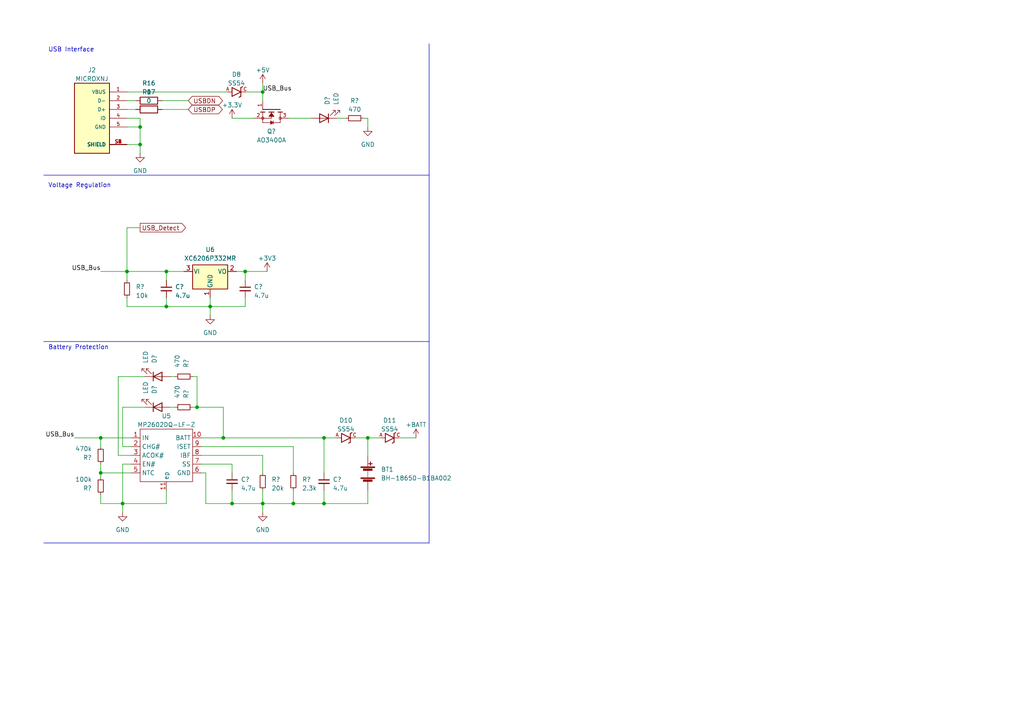
<source format=kicad_sch>
(kicad_sch (version 20230121) (generator eeschema)

  (uuid 41b26833-5ed1-45eb-b05e-d60ec69ee5b7)

  (paper "A4")

  (title_block
    (title "Enviro Sensing HAT")
    (date "2023-03-21")
    (rev "5.1")
  )

  (lib_symbols
    (symbol "AO3400A:AO3400A" (pin_names (offset 1.016)) (in_bom yes) (on_board yes)
      (property "Reference" "Q" (at -8.89 2.54 0)
        (effects (font (size 1.27 1.27)) (justify left bottom))
      )
      (property "Value" "AO3400A" (at -8.89 -7.62 0)
        (effects (font (size 1.27 1.27)) (justify left bottom))
      )
      (property "Footprint" "SOT95P280X125-3N" (at 0 0 0)
        (effects (font (size 1.27 1.27)) (justify bottom) hide)
      )
      (property "Datasheet" "" (at 0 0 0)
        (effects (font (size 1.27 1.27)) hide)
      )
      (property "STANDARD" "IPC 7351B" (at 0 0 0)
        (effects (font (size 1.27 1.27)) (justify bottom) hide)
      )
      (property "MAXIMUM_PACKAGE_HEIGHT" "1.25 mm" (at 0 0 0)
        (effects (font (size 1.27 1.27)) (justify bottom) hide)
      )
      (property "MANUFACTURER" "Alpha & Omega Semiconductor" (at 0 0 0)
        (effects (font (size 1.27 1.27)) (justify bottom) hide)
      )
      (property "PARTREV" "L" (at 0 0 0)
        (effects (font (size 1.27 1.27)) (justify bottom) hide)
      )
      (symbol "AO3400A_0_0"
        (polyline
          (pts
            (xy 0 2.54)
            (xy 0 -2.54)
          )
          (stroke (width 0.254) (type default))
          (fill (type none))
        )
        (polyline
          (pts
            (xy 0.762 -2.54)
            (xy 0.762 -3.175)
          )
          (stroke (width 0.254) (type default))
          (fill (type none))
        )
        (polyline
          (pts
            (xy 0.762 -1.905)
            (xy 0.762 -2.54)
          )
          (stroke (width 0.254) (type default))
          (fill (type none))
        )
        (polyline
          (pts
            (xy 0.762 0)
            (xy 0.762 -0.762)
          )
          (stroke (width 0.254) (type default))
          (fill (type none))
        )
        (polyline
          (pts
            (xy 0.762 0)
            (xy 2.54 0)
          )
          (stroke (width 0.1524) (type default))
          (fill (type none))
        )
        (polyline
          (pts
            (xy 0.762 0.762)
            (xy 0.762 0)
          )
          (stroke (width 0.254) (type default))
          (fill (type none))
        )
        (polyline
          (pts
            (xy 0.762 2.54)
            (xy 0.762 1.905)
          )
          (stroke (width 0.254) (type default))
          (fill (type none))
        )
        (polyline
          (pts
            (xy 0.762 2.54)
            (xy 3.81 2.54)
          )
          (stroke (width 0.1524) (type default))
          (fill (type none))
        )
        (polyline
          (pts
            (xy 0.762 3.175)
            (xy 0.762 2.54)
          )
          (stroke (width 0.254) (type default))
          (fill (type none))
        )
        (polyline
          (pts
            (xy 2.54 -2.54)
            (xy 0.762 -2.54)
          )
          (stroke (width 0.1524) (type default))
          (fill (type none))
        )
        (polyline
          (pts
            (xy 2.54 -2.54)
            (xy 3.81 -2.54)
          )
          (stroke (width 0.1524) (type default))
          (fill (type none))
        )
        (polyline
          (pts
            (xy 2.54 0)
            (xy 2.54 -2.54)
          )
          (stroke (width 0.1524) (type default))
          (fill (type none))
        )
        (polyline
          (pts
            (xy 3.81 0.508)
            (xy 3.302 0.508)
          )
          (stroke (width 0.1524) (type default))
          (fill (type none))
        )
        (polyline
          (pts
            (xy 3.81 0.508)
            (xy 3.81 -2.54)
          )
          (stroke (width 0.1524) (type default))
          (fill (type none))
        )
        (polyline
          (pts
            (xy 3.81 2.54)
            (xy 3.81 0.508)
          )
          (stroke (width 0.1524) (type default))
          (fill (type none))
        )
        (polyline
          (pts
            (xy 4.318 0.508)
            (xy 3.81 0.508)
          )
          (stroke (width 0.1524) (type default))
          (fill (type none))
        )
        (polyline
          (pts
            (xy 1.016 0)
            (xy 2.032 0.762)
            (xy 2.032 -0.762)
            (xy 1.016 0)
          )
          (stroke (width 0.1524) (type default))
          (fill (type outline))
        )
        (polyline
          (pts
            (xy 3.81 0.508)
            (xy 3.302 -0.254)
            (xy 4.318 -0.254)
            (xy 3.81 0.508)
          )
          (stroke (width 0.1524) (type default))
          (fill (type outline))
        )
        (circle (center 2.54 -2.54) (radius 0.3592)
          (stroke (width 0) (type default))
          (fill (type none))
        )
        (circle (center 2.54 2.54) (radius 0.3592)
          (stroke (width 0) (type default))
          (fill (type none))
        )
        (pin passive line (at -2.54 -2.54 0) (length 2.54)
          (name "~" (effects (font (size 1.016 1.016))))
          (number "1" (effects (font (size 1.016 1.016))))
        )
        (pin passive line (at 2.54 -5.08 90) (length 2.54)
          (name "~" (effects (font (size 1.016 1.016))))
          (number "2" (effects (font (size 1.016 1.016))))
        )
        (pin passive line (at 2.54 5.08 270) (length 2.54)
          (name "~" (effects (font (size 1.016 1.016))))
          (number "3" (effects (font (size 1.016 1.016))))
        )
      )
    )
    (symbol "Device:Battery" (pin_numbers hide) (pin_names (offset 0) hide) (in_bom yes) (on_board yes)
      (property "Reference" "BT" (at 2.54 2.54 0)
        (effects (font (size 1.27 1.27)) (justify left))
      )
      (property "Value" "Battery" (at 2.54 0 0)
        (effects (font (size 1.27 1.27)) (justify left))
      )
      (property "Footprint" "" (at 0 1.524 90)
        (effects (font (size 1.27 1.27)) hide)
      )
      (property "Datasheet" "~" (at 0 1.524 90)
        (effects (font (size 1.27 1.27)) hide)
      )
      (property "ki_keywords" "batt voltage-source cell" (at 0 0 0)
        (effects (font (size 1.27 1.27)) hide)
      )
      (property "ki_description" "Multiple-cell battery" (at 0 0 0)
        (effects (font (size 1.27 1.27)) hide)
      )
      (symbol "Battery_0_1"
        (rectangle (start -2.032 -1.397) (end 2.032 -1.651)
          (stroke (width 0) (type default))
          (fill (type outline))
        )
        (rectangle (start -2.032 1.778) (end 2.032 1.524)
          (stroke (width 0) (type default))
          (fill (type outline))
        )
        (rectangle (start -1.3208 -1.9812) (end 1.27 -2.4892)
          (stroke (width 0) (type default))
          (fill (type outline))
        )
        (rectangle (start -1.3208 1.1938) (end 1.27 0.6858)
          (stroke (width 0) (type default))
          (fill (type outline))
        )
        (polyline
          (pts
            (xy 0 -1.524)
            (xy 0 -1.27)
          )
          (stroke (width 0) (type default))
          (fill (type none))
        )
        (polyline
          (pts
            (xy 0 -1.016)
            (xy 0 -0.762)
          )
          (stroke (width 0) (type default))
          (fill (type none))
        )
        (polyline
          (pts
            (xy 0 -0.508)
            (xy 0 -0.254)
          )
          (stroke (width 0) (type default))
          (fill (type none))
        )
        (polyline
          (pts
            (xy 0 0)
            (xy 0 0.254)
          )
          (stroke (width 0) (type default))
          (fill (type none))
        )
        (polyline
          (pts
            (xy 0 0.508)
            (xy 0 0.762)
          )
          (stroke (width 0) (type default))
          (fill (type none))
        )
        (polyline
          (pts
            (xy 0 1.778)
            (xy 0 2.54)
          )
          (stroke (width 0) (type default))
          (fill (type none))
        )
        (polyline
          (pts
            (xy 0.254 2.667)
            (xy 1.27 2.667)
          )
          (stroke (width 0.254) (type default))
          (fill (type none))
        )
        (polyline
          (pts
            (xy 0.762 3.175)
            (xy 0.762 2.159)
          )
          (stroke (width 0.254) (type default))
          (fill (type none))
        )
      )
      (symbol "Battery_1_1"
        (pin passive line (at 0 5.08 270) (length 2.54)
          (name "+" (effects (font (size 1.27 1.27))))
          (number "1" (effects (font (size 1.27 1.27))))
        )
        (pin passive line (at 0 -5.08 90) (length 2.54)
          (name "-" (effects (font (size 1.27 1.27))))
          (number "2" (effects (font (size 1.27 1.27))))
        )
      )
    )
    (symbol "Device:C_Small" (pin_numbers hide) (pin_names (offset 0.254) hide) (in_bom yes) (on_board yes)
      (property "Reference" "C" (at 0.254 1.778 0)
        (effects (font (size 1.27 1.27)) (justify left))
      )
      (property "Value" "C_Small" (at 0.254 -2.032 0)
        (effects (font (size 1.27 1.27)) (justify left))
      )
      (property "Footprint" "" (at 0 0 0)
        (effects (font (size 1.27 1.27)) hide)
      )
      (property "Datasheet" "~" (at 0 0 0)
        (effects (font (size 1.27 1.27)) hide)
      )
      (property "ki_keywords" "capacitor cap" (at 0 0 0)
        (effects (font (size 1.27 1.27)) hide)
      )
      (property "ki_description" "Unpolarized capacitor, small symbol" (at 0 0 0)
        (effects (font (size 1.27 1.27)) hide)
      )
      (property "ki_fp_filters" "C_*" (at 0 0 0)
        (effects (font (size 1.27 1.27)) hide)
      )
      (symbol "C_Small_0_1"
        (polyline
          (pts
            (xy -1.524 -0.508)
            (xy 1.524 -0.508)
          )
          (stroke (width 0.3302) (type default))
          (fill (type none))
        )
        (polyline
          (pts
            (xy -1.524 0.508)
            (xy 1.524 0.508)
          )
          (stroke (width 0.3048) (type default))
          (fill (type none))
        )
      )
      (symbol "C_Small_1_1"
        (pin passive line (at 0 2.54 270) (length 2.032)
          (name "~" (effects (font (size 1.27 1.27))))
          (number "1" (effects (font (size 1.27 1.27))))
        )
        (pin passive line (at 0 -2.54 90) (length 2.032)
          (name "~" (effects (font (size 1.27 1.27))))
          (number "2" (effects (font (size 1.27 1.27))))
        )
      )
    )
    (symbol "Device:LED" (pin_numbers hide) (pin_names (offset 1.016) hide) (in_bom yes) (on_board yes)
      (property "Reference" "D" (at 0 2.54 0)
        (effects (font (size 1.27 1.27)))
      )
      (property "Value" "LED" (at 0 -2.54 0)
        (effects (font (size 1.27 1.27)))
      )
      (property "Footprint" "" (at 0 0 0)
        (effects (font (size 1.27 1.27)) hide)
      )
      (property "Datasheet" "~" (at 0 0 0)
        (effects (font (size 1.27 1.27)) hide)
      )
      (property "ki_keywords" "LED diode" (at 0 0 0)
        (effects (font (size 1.27 1.27)) hide)
      )
      (property "ki_description" "Light emitting diode" (at 0 0 0)
        (effects (font (size 1.27 1.27)) hide)
      )
      (property "ki_fp_filters" "LED* LED_SMD:* LED_THT:*" (at 0 0 0)
        (effects (font (size 1.27 1.27)) hide)
      )
      (symbol "LED_0_1"
        (polyline
          (pts
            (xy -1.27 -1.27)
            (xy -1.27 1.27)
          )
          (stroke (width 0.254) (type default))
          (fill (type none))
        )
        (polyline
          (pts
            (xy -1.27 0)
            (xy 1.27 0)
          )
          (stroke (width 0) (type default))
          (fill (type none))
        )
        (polyline
          (pts
            (xy 1.27 -1.27)
            (xy 1.27 1.27)
            (xy -1.27 0)
            (xy 1.27 -1.27)
          )
          (stroke (width 0.254) (type default))
          (fill (type none))
        )
        (polyline
          (pts
            (xy -3.048 -0.762)
            (xy -4.572 -2.286)
            (xy -3.81 -2.286)
            (xy -4.572 -2.286)
            (xy -4.572 -1.524)
          )
          (stroke (width 0) (type default))
          (fill (type none))
        )
        (polyline
          (pts
            (xy -1.778 -0.762)
            (xy -3.302 -2.286)
            (xy -2.54 -2.286)
            (xy -3.302 -2.286)
            (xy -3.302 -1.524)
          )
          (stroke (width 0) (type default))
          (fill (type none))
        )
      )
      (symbol "LED_1_1"
        (pin passive line (at -3.81 0 0) (length 2.54)
          (name "K" (effects (font (size 1.27 1.27))))
          (number "1" (effects (font (size 1.27 1.27))))
        )
        (pin passive line (at 3.81 0 180) (length 2.54)
          (name "A" (effects (font (size 1.27 1.27))))
          (number "2" (effects (font (size 1.27 1.27))))
        )
      )
    )
    (symbol "Device:R" (pin_numbers hide) (pin_names (offset 0)) (in_bom yes) (on_board yes)
      (property "Reference" "R" (at 2.032 0 90)
        (effects (font (size 1.27 1.27)))
      )
      (property "Value" "R" (at 0 0 90)
        (effects (font (size 1.27 1.27)))
      )
      (property "Footprint" "" (at -1.778 0 90)
        (effects (font (size 1.27 1.27)) hide)
      )
      (property "Datasheet" "~" (at 0 0 0)
        (effects (font (size 1.27 1.27)) hide)
      )
      (property "ki_keywords" "R res resistor" (at 0 0 0)
        (effects (font (size 1.27 1.27)) hide)
      )
      (property "ki_description" "Resistor" (at 0 0 0)
        (effects (font (size 1.27 1.27)) hide)
      )
      (property "ki_fp_filters" "R_*" (at 0 0 0)
        (effects (font (size 1.27 1.27)) hide)
      )
      (symbol "R_0_1"
        (rectangle (start -1.016 -2.54) (end 1.016 2.54)
          (stroke (width 0.254) (type default))
          (fill (type none))
        )
      )
      (symbol "R_1_1"
        (pin passive line (at 0 3.81 270) (length 1.27)
          (name "~" (effects (font (size 1.27 1.27))))
          (number "1" (effects (font (size 1.27 1.27))))
        )
        (pin passive line (at 0 -3.81 90) (length 1.27)
          (name "~" (effects (font (size 1.27 1.27))))
          (number "2" (effects (font (size 1.27 1.27))))
        )
      )
    )
    (symbol "Device:R_Small" (pin_numbers hide) (pin_names (offset 0.254) hide) (in_bom yes) (on_board yes)
      (property "Reference" "R" (at 0.762 0.508 0)
        (effects (font (size 1.27 1.27)) (justify left))
      )
      (property "Value" "R_Small" (at 0.762 -1.016 0)
        (effects (font (size 1.27 1.27)) (justify left))
      )
      (property "Footprint" "" (at 0 0 0)
        (effects (font (size 1.27 1.27)) hide)
      )
      (property "Datasheet" "~" (at 0 0 0)
        (effects (font (size 1.27 1.27)) hide)
      )
      (property "ki_keywords" "R resistor" (at 0 0 0)
        (effects (font (size 1.27 1.27)) hide)
      )
      (property "ki_description" "Resistor, small symbol" (at 0 0 0)
        (effects (font (size 1.27 1.27)) hide)
      )
      (property "ki_fp_filters" "R_*" (at 0 0 0)
        (effects (font (size 1.27 1.27)) hide)
      )
      (symbol "R_Small_0_1"
        (rectangle (start -0.762 1.778) (end 0.762 -1.778)
          (stroke (width 0.2032) (type default))
          (fill (type none))
        )
      )
      (symbol "R_Small_1_1"
        (pin passive line (at 0 2.54 270) (length 0.762)
          (name "~" (effects (font (size 1.27 1.27))))
          (number "1" (effects (font (size 1.27 1.27))))
        )
        (pin passive line (at 0 -2.54 90) (length 0.762)
          (name "~" (effects (font (size 1.27 1.27))))
          (number "2" (effects (font (size 1.27 1.27))))
        )
      )
    )
    (symbol "MICROXNJ:MICROXNJ" (pin_names (offset 1.016)) (in_bom yes) (on_board yes)
      (property "Reference" "J" (at -5.0828 10.9278 0)
        (effects (font (size 1.27 1.27)) (justify left bottom))
      )
      (property "Value" "MICROXNJ" (at -5.0823 -10.9276 0)
        (effects (font (size 1.27 1.27)) (justify left top))
      )
      (property "Footprint" "SHOUHAN_MICROXNJ" (at 0 0 0)
        (effects (font (size 1.27 1.27)) (justify bottom) hide)
      )
      (property "Datasheet" "" (at 0 0 0)
        (effects (font (size 1.27 1.27)) hide)
      )
      (property "STANDARD" "Manufacturer Recommendations" (at 0 0 0)
        (effects (font (size 1.27 1.27)) (justify bottom) hide)
      )
      (property "MAXIMUM_PACKAGE_HEIGHT" "3mm" (at 0 0 0)
        (effects (font (size 1.27 1.27)) (justify bottom) hide)
      )
      (property "PARTREV" "A" (at 0 0 0)
        (effects (font (size 1.27 1.27)) (justify bottom) hide)
      )
      (property "MANUFACTURER" "SHOUHAN" (at 0 0 0)
        (effects (font (size 1.27 1.27)) (justify bottom) hide)
      )
      (symbol "MICROXNJ_0_0"
        (rectangle (start -5.08 -10.16) (end 5.08 10.16)
          (stroke (width 0.254) (type default))
          (fill (type background))
        )
        (pin power_in line (at -10.16 7.62 0) (length 5.08)
          (name "VBUS" (effects (font (size 1.016 1.016))))
          (number "1" (effects (font (size 1.016 1.016))))
        )
        (pin bidirectional line (at -10.16 5.08 0) (length 5.08)
          (name "D-" (effects (font (size 1.016 1.016))))
          (number "2" (effects (font (size 1.016 1.016))))
        )
        (pin bidirectional line (at -10.16 2.54 0) (length 5.08)
          (name "D+" (effects (font (size 1.016 1.016))))
          (number "3" (effects (font (size 1.016 1.016))))
        )
        (pin bidirectional line (at -10.16 0 0) (length 5.08)
          (name "ID" (effects (font (size 1.016 1.016))))
          (number "4" (effects (font (size 1.016 1.016))))
        )
        (pin power_in line (at -10.16 -2.54 0) (length 5.08)
          (name "GND" (effects (font (size 1.016 1.016))))
          (number "5" (effects (font (size 1.016 1.016))))
        )
        (pin passive line (at -10.16 -7.62 0) (length 5.08)
          (name "SHIELD" (effects (font (size 1.016 1.016))))
          (number "S1" (effects (font (size 1.016 1.016))))
        )
        (pin passive line (at -10.16 -7.62 0) (length 5.08)
          (name "SHIELD" (effects (font (size 1.016 1.016))))
          (number "S2" (effects (font (size 1.016 1.016))))
        )
        (pin passive line (at -10.16 -7.62 0) (length 5.08)
          (name "SHIELD" (effects (font (size 1.016 1.016))))
          (number "S3" (effects (font (size 1.016 1.016))))
        )
        (pin passive line (at -10.16 -7.62 0) (length 5.08)
          (name "SHIELD" (effects (font (size 1.016 1.016))))
          (number "S4" (effects (font (size 1.016 1.016))))
        )
        (pin passive line (at -10.16 -7.62 0) (length 5.08)
          (name "SHIELD" (effects (font (size 1.016 1.016))))
          (number "S5" (effects (font (size 1.016 1.016))))
        )
        (pin passive line (at -10.16 -7.62 0) (length 5.08)
          (name "SHIELD" (effects (font (size 1.016 1.016))))
          (number "S6" (effects (font (size 1.016 1.016))))
        )
      )
    )
    (symbol "MISC_JLCPCB:MP2602DQ-LF-Z" (in_bom yes) (on_board yes)
      (property "Reference" "U" (at -6.35 8.89 0)
        (effects (font (size 1.27 1.27)))
      )
      (property "Value" "" (at 0 0 0)
        (effects (font (size 1.27 1.27)))
      )
      (property "Footprint" "" (at 0 0 0)
        (effects (font (size 1.27 1.27)) hide)
      )
      (property "Datasheet" "" (at 0 0 0)
        (effects (font (size 1.27 1.27)) hide)
      )
      (symbol "MP2602DQ-LF-Z_0_1"
        (rectangle (start -7.62 7.62) (end 7.62 -7.62)
          (stroke (width 0) (type default))
          (fill (type none))
        )
      )
      (symbol "MP2602DQ-LF-Z_1_1"
        (pin passive line (at -10.16 5.08 0) (length 2.54)
          (name "IN" (effects (font (size 1.27 1.27))))
          (number "1" (effects (font (size 1.27 1.27))))
        )
        (pin passive line (at 10.16 5.08 180) (length 2.54)
          (name "BATT" (effects (font (size 1.27 1.27))))
          (number "10" (effects (font (size 1.27 1.27))))
        )
        (pin passive line (at 0 -10.16 90) (length 2.54)
          (name "ep" (effects (font (size 1.27 1.27))))
          (number "11" (effects (font (size 1.27 1.27))))
        )
        (pin passive line (at -10.16 2.54 0) (length 2.54)
          (name "CHG#" (effects (font (size 1.27 1.27))))
          (number "2" (effects (font (size 1.27 1.27))))
        )
        (pin passive line (at -10.16 0 0) (length 2.54)
          (name "ACOK#" (effects (font (size 1.27 1.27))))
          (number "3" (effects (font (size 1.27 1.27))))
        )
        (pin passive line (at -10.16 -2.54 0) (length 2.54)
          (name "EN#" (effects (font (size 1.27 1.27))))
          (number "4" (effects (font (size 1.27 1.27))))
        )
        (pin passive line (at -10.16 -5.08 0) (length 2.54)
          (name "NTC" (effects (font (size 1.27 1.27))))
          (number "5" (effects (font (size 1.27 1.27))))
        )
        (pin passive line (at 10.16 -5.08 180) (length 2.54)
          (name "GND" (effects (font (size 1.27 1.27))))
          (number "6" (effects (font (size 1.27 1.27))))
        )
        (pin passive line (at 10.16 -2.54 180) (length 2.54)
          (name "SS" (effects (font (size 1.27 1.27))))
          (number "7" (effects (font (size 1.27 1.27))))
        )
        (pin passive line (at 10.16 0 180) (length 2.54)
          (name "IBF" (effects (font (size 1.27 1.27))))
          (number "8" (effects (font (size 1.27 1.27))))
        )
        (pin passive line (at 10.16 2.54 180) (length 2.54)
          (name "ISET" (effects (font (size 1.27 1.27))))
          (number "9" (effects (font (size 1.27 1.27))))
        )
      )
    )
    (symbol "Regulator_Linear:XC6206PxxxMR" (pin_names (offset 0.254)) (in_bom yes) (on_board yes)
      (property "Reference" "U" (at -3.81 3.175 0)
        (effects (font (size 1.27 1.27)))
      )
      (property "Value" "XC6206PxxxMR" (at 0 3.175 0)
        (effects (font (size 1.27 1.27)) (justify left))
      )
      (property "Footprint" "Package_TO_SOT_SMD:SOT-23-3" (at 0 5.715 0)
        (effects (font (size 1.27 1.27) italic) hide)
      )
      (property "Datasheet" "https://www.torexsemi.com/file/xc6206/XC6206.pdf" (at 0 0 0)
        (effects (font (size 1.27 1.27)) hide)
      )
      (property "ki_keywords" "Torex LDO Voltage Regulator Fixed Positive" (at 0 0 0)
        (effects (font (size 1.27 1.27)) hide)
      )
      (property "ki_description" "Positive 60-250mA Low Dropout Regulator, Fixed Output, SOT-23" (at 0 0 0)
        (effects (font (size 1.27 1.27)) hide)
      )
      (property "ki_fp_filters" "SOT?23?3*" (at 0 0 0)
        (effects (font (size 1.27 1.27)) hide)
      )
      (symbol "XC6206PxxxMR_0_1"
        (rectangle (start -5.08 1.905) (end 5.08 -5.08)
          (stroke (width 0.254) (type default))
          (fill (type background))
        )
      )
      (symbol "XC6206PxxxMR_1_1"
        (pin power_in line (at 0 -7.62 90) (length 2.54)
          (name "GND" (effects (font (size 1.27 1.27))))
          (number "1" (effects (font (size 1.27 1.27))))
        )
        (pin power_out line (at 7.62 0 180) (length 2.54)
          (name "VO" (effects (font (size 1.27 1.27))))
          (number "2" (effects (font (size 1.27 1.27))))
        )
        (pin power_in line (at -7.62 0 0) (length 2.54)
          (name "VI" (effects (font (size 1.27 1.27))))
          (number "3" (effects (font (size 1.27 1.27))))
        )
      )
    )
    (symbol "SS54:SS54" (pin_names (offset 1.016)) (in_bom yes) (on_board yes)
      (property "Reference" "D" (at 2.54 0.4826 0)
        (effects (font (size 1.27 1.27)) (justify left bottom))
      )
      (property "Value" "SS54" (at 2.54 -2.3114 0)
        (effects (font (size 1.27 1.27)) (justify left bottom))
      )
      (property "Footprint" "DO-214AC" (at 0 0 0)
        (effects (font (size 1.27 1.27)) (justify bottom) hide)
      )
      (property "Datasheet" "" (at 0 0 0)
        (effects (font (size 1.27 1.27)) hide)
      )
      (symbol "SS54_0_0"
        (polyline
          (pts
            (xy -2.54 0)
            (xy -1.27 0)
          )
          (stroke (width 0.1524) (type default))
          (fill (type none))
        )
        (polyline
          (pts
            (xy -1.27 -1.27)
            (xy 1.27 0)
          )
          (stroke (width 0.254) (type default))
          (fill (type none))
        )
        (polyline
          (pts
            (xy -1.27 0)
            (xy -1.27 -1.27)
          )
          (stroke (width 0.254) (type default))
          (fill (type none))
        )
        (polyline
          (pts
            (xy -1.27 1.27)
            (xy -1.27 0)
          )
          (stroke (width 0.254) (type default))
          (fill (type none))
        )
        (polyline
          (pts
            (xy 1.27 -1.27)
            (xy 0.762 -1.524)
          )
          (stroke (width 0.254) (type default))
          (fill (type none))
        )
        (polyline
          (pts
            (xy 1.27 0)
            (xy -1.27 1.27)
          )
          (stroke (width 0.254) (type default))
          (fill (type none))
        )
        (polyline
          (pts
            (xy 1.27 0)
            (xy 1.27 -1.27)
          )
          (stroke (width 0.254) (type default))
          (fill (type none))
        )
        (polyline
          (pts
            (xy 1.27 1.27)
            (xy 1.27 0)
          )
          (stroke (width 0.254) (type default))
          (fill (type none))
        )
        (polyline
          (pts
            (xy 1.27 1.27)
            (xy 1.778 1.524)
          )
          (stroke (width 0.254) (type default))
          (fill (type none))
        )
        (polyline
          (pts
            (xy 2.54 0)
            (xy 1.27 0)
          )
          (stroke (width 0.1524) (type default))
          (fill (type none))
        )
        (pin passive line (at -2.54 0 0) (length 0)
          (name "~" (effects (font (size 1.016 1.016))))
          (number "A" (effects (font (size 1.016 1.016))))
        )
        (pin passive line (at 2.54 0 180) (length 0)
          (name "~" (effects (font (size 1.016 1.016))))
          (number "C" (effects (font (size 1.016 1.016))))
        )
      )
    )
    (symbol "power:+3.3V" (power) (pin_names (offset 0)) (in_bom yes) (on_board yes)
      (property "Reference" "#PWR" (at 0 -3.81 0)
        (effects (font (size 1.27 1.27)) hide)
      )
      (property "Value" "+3.3V" (at 0 3.556 0)
        (effects (font (size 1.27 1.27)))
      )
      (property "Footprint" "" (at 0 0 0)
        (effects (font (size 1.27 1.27)) hide)
      )
      (property "Datasheet" "" (at 0 0 0)
        (effects (font (size 1.27 1.27)) hide)
      )
      (property "ki_keywords" "global power" (at 0 0 0)
        (effects (font (size 1.27 1.27)) hide)
      )
      (property "ki_description" "Power symbol creates a global label with name \"+3.3V\"" (at 0 0 0)
        (effects (font (size 1.27 1.27)) hide)
      )
      (symbol "+3.3V_0_1"
        (polyline
          (pts
            (xy -0.762 1.27)
            (xy 0 2.54)
          )
          (stroke (width 0) (type default))
          (fill (type none))
        )
        (polyline
          (pts
            (xy 0 0)
            (xy 0 2.54)
          )
          (stroke (width 0) (type default))
          (fill (type none))
        )
        (polyline
          (pts
            (xy 0 2.54)
            (xy 0.762 1.27)
          )
          (stroke (width 0) (type default))
          (fill (type none))
        )
      )
      (symbol "+3.3V_1_1"
        (pin power_in line (at 0 0 90) (length 0) hide
          (name "+3.3V" (effects (font (size 1.27 1.27))))
          (number "1" (effects (font (size 1.27 1.27))))
        )
      )
    )
    (symbol "power:+3V3" (power) (pin_names (offset 0)) (in_bom yes) (on_board yes)
      (property "Reference" "#PWR" (at 0 -3.81 0)
        (effects (font (size 1.27 1.27)) hide)
      )
      (property "Value" "+3V3" (at 0 3.556 0)
        (effects (font (size 1.27 1.27)))
      )
      (property "Footprint" "" (at 0 0 0)
        (effects (font (size 1.27 1.27)) hide)
      )
      (property "Datasheet" "" (at 0 0 0)
        (effects (font (size 1.27 1.27)) hide)
      )
      (property "ki_keywords" "global power" (at 0 0 0)
        (effects (font (size 1.27 1.27)) hide)
      )
      (property "ki_description" "Power symbol creates a global label with name \"+3V3\"" (at 0 0 0)
        (effects (font (size 1.27 1.27)) hide)
      )
      (symbol "+3V3_0_1"
        (polyline
          (pts
            (xy -0.762 1.27)
            (xy 0 2.54)
          )
          (stroke (width 0) (type default))
          (fill (type none))
        )
        (polyline
          (pts
            (xy 0 0)
            (xy 0 2.54)
          )
          (stroke (width 0) (type default))
          (fill (type none))
        )
        (polyline
          (pts
            (xy 0 2.54)
            (xy 0.762 1.27)
          )
          (stroke (width 0) (type default))
          (fill (type none))
        )
      )
      (symbol "+3V3_1_1"
        (pin power_in line (at 0 0 90) (length 0) hide
          (name "+3V3" (effects (font (size 1.27 1.27))))
          (number "1" (effects (font (size 1.27 1.27))))
        )
      )
    )
    (symbol "power:+5V" (power) (pin_names (offset 0)) (in_bom yes) (on_board yes)
      (property "Reference" "#PWR" (at 0 -3.81 0)
        (effects (font (size 1.27 1.27)) hide)
      )
      (property "Value" "+5V" (at 0 3.556 0)
        (effects (font (size 1.27 1.27)))
      )
      (property "Footprint" "" (at 0 0 0)
        (effects (font (size 1.27 1.27)) hide)
      )
      (property "Datasheet" "" (at 0 0 0)
        (effects (font (size 1.27 1.27)) hide)
      )
      (property "ki_keywords" "global power" (at 0 0 0)
        (effects (font (size 1.27 1.27)) hide)
      )
      (property "ki_description" "Power symbol creates a global label with name \"+5V\"" (at 0 0 0)
        (effects (font (size 1.27 1.27)) hide)
      )
      (symbol "+5V_0_1"
        (polyline
          (pts
            (xy -0.762 1.27)
            (xy 0 2.54)
          )
          (stroke (width 0) (type default))
          (fill (type none))
        )
        (polyline
          (pts
            (xy 0 0)
            (xy 0 2.54)
          )
          (stroke (width 0) (type default))
          (fill (type none))
        )
        (polyline
          (pts
            (xy 0 2.54)
            (xy 0.762 1.27)
          )
          (stroke (width 0) (type default))
          (fill (type none))
        )
      )
      (symbol "+5V_1_1"
        (pin power_in line (at 0 0 90) (length 0) hide
          (name "+5V" (effects (font (size 1.27 1.27))))
          (number "1" (effects (font (size 1.27 1.27))))
        )
      )
    )
    (symbol "power:+BATT" (power) (pin_names (offset 0)) (in_bom yes) (on_board yes)
      (property "Reference" "#PWR" (at 0 -3.81 0)
        (effects (font (size 1.27 1.27)) hide)
      )
      (property "Value" "+BATT" (at 0 3.556 0)
        (effects (font (size 1.27 1.27)))
      )
      (property "Footprint" "" (at 0 0 0)
        (effects (font (size 1.27 1.27)) hide)
      )
      (property "Datasheet" "" (at 0 0 0)
        (effects (font (size 1.27 1.27)) hide)
      )
      (property "ki_keywords" "global power battery" (at 0 0 0)
        (effects (font (size 1.27 1.27)) hide)
      )
      (property "ki_description" "Power symbol creates a global label with name \"+BATT\"" (at 0 0 0)
        (effects (font (size 1.27 1.27)) hide)
      )
      (symbol "+BATT_0_1"
        (polyline
          (pts
            (xy -0.762 1.27)
            (xy 0 2.54)
          )
          (stroke (width 0) (type default))
          (fill (type none))
        )
        (polyline
          (pts
            (xy 0 0)
            (xy 0 2.54)
          )
          (stroke (width 0) (type default))
          (fill (type none))
        )
        (polyline
          (pts
            (xy 0 2.54)
            (xy 0.762 1.27)
          )
          (stroke (width 0) (type default))
          (fill (type none))
        )
      )
      (symbol "+BATT_1_1"
        (pin power_in line (at 0 0 90) (length 0) hide
          (name "+BATT" (effects (font (size 1.27 1.27))))
          (number "1" (effects (font (size 1.27 1.27))))
        )
      )
    )
    (symbol "power:GND" (power) (pin_names (offset 0)) (in_bom yes) (on_board yes)
      (property "Reference" "#PWR" (at 0 -6.35 0)
        (effects (font (size 1.27 1.27)) hide)
      )
      (property "Value" "GND" (at 0 -3.81 0)
        (effects (font (size 1.27 1.27)))
      )
      (property "Footprint" "" (at 0 0 0)
        (effects (font (size 1.27 1.27)) hide)
      )
      (property "Datasheet" "" (at 0 0 0)
        (effects (font (size 1.27 1.27)) hide)
      )
      (property "ki_keywords" "global power" (at 0 0 0)
        (effects (font (size 1.27 1.27)) hide)
      )
      (property "ki_description" "Power symbol creates a global label with name \"GND\" , ground" (at 0 0 0)
        (effects (font (size 1.27 1.27)) hide)
      )
      (symbol "GND_0_1"
        (polyline
          (pts
            (xy 0 0)
            (xy 0 -1.27)
            (xy 1.27 -1.27)
            (xy 0 -2.54)
            (xy -1.27 -1.27)
            (xy 0 -1.27)
          )
          (stroke (width 0) (type default))
          (fill (type none))
        )
      )
      (symbol "GND_1_1"
        (pin power_in line (at 0 0 270) (length 0) hide
          (name "GND" (effects (font (size 1.27 1.27))))
          (number "1" (effects (font (size 1.27 1.27))))
        )
      )
    )
  )

  (junction (at 48.26 88.9) (diameter 0) (color 0 0 0 0)
    (uuid 293cf3a7-e886-4441-954a-68dd9a8fce1d)
  )
  (junction (at 29.21 127) (diameter 0) (color 0 0 0 0)
    (uuid 2bedbefe-2e23-417f-a700-26d74d6e8a20)
  )
  (junction (at 85.09 146.05) (diameter 0) (color 0 0 0 0)
    (uuid 30ee210d-bbab-4f53-a859-fe9425e50b74)
  )
  (junction (at 57.15 118.11) (diameter 0) (color 0 0 0 0)
    (uuid 3130e32c-5596-4d92-a18f-74ab8594b527)
  )
  (junction (at 60.96 88.9) (diameter 0) (color 0 0 0 0)
    (uuid 4b0b642a-a424-494c-8fd8-baa03710c558)
  )
  (junction (at 76.2 26.67) (diameter 0) (color 0 0 0 0)
    (uuid 4f1810bc-1d54-4b84-9dbf-e12af070e987)
  )
  (junction (at 64.77 127) (diameter 0) (color 0 0 0 0)
    (uuid 5e2c6ff5-8e1b-411e-aa5b-264330ab11e1)
  )
  (junction (at 48.26 78.74) (diameter 0) (color 0 0 0 0)
    (uuid 620f8131-f395-4d8c-a1e0-ba7e42981498)
  )
  (junction (at 93.98 146.05) (diameter 0) (color 0 0 0 0)
    (uuid 72d58540-fc6b-4f14-a1a0-55c3696600cc)
  )
  (junction (at 76.2 146.05) (diameter 0) (color 0 0 0 0)
    (uuid 7ff6cabb-d3cc-4424-80b9-2f5794bf27de)
  )
  (junction (at 106.68 127) (diameter 0) (color 0 0 0 0)
    (uuid 83132b34-5a1c-4475-907e-ebd25f876b4d)
  )
  (junction (at 36.83 78.74) (diameter 0) (color 0 0 0 0)
    (uuid 89956161-0602-4639-b83f-f599a506d755)
  )
  (junction (at 67.31 146.05) (diameter 0) (color 0 0 0 0)
    (uuid 8c0aa278-a6eb-4d5c-8e54-748669ad619c)
  )
  (junction (at 40.64 41.91) (diameter 0) (color 0 0 0 0)
    (uuid 922eb6ef-1313-418a-b952-79d2161a1ac7)
  )
  (junction (at 71.12 78.74) (diameter 0) (color 0 0 0 0)
    (uuid 9e12f44d-d352-4634-a65a-81b3f14f5bc7)
  )
  (junction (at 35.56 146.05) (diameter 0) (color 0 0 0 0)
    (uuid a3610be1-ded9-40f4-a092-132edfd5ac92)
  )
  (junction (at 40.64 36.83) (diameter 0) (color 0 0 0 0)
    (uuid c5fe17fb-5c37-40f4-ab90-8dd95ff9f2ba)
  )
  (junction (at 93.98 127) (diameter 0) (color 0 0 0 0)
    (uuid c82866da-ee5c-4cd6-bce9-42fac8ce2fe1)
  )
  (junction (at 29.21 137.16) (diameter 0) (color 0 0 0 0)
    (uuid e3a6f1ca-3587-4d6e-8055-6d2da28985f9)
  )

  (wire (pts (xy 58.42 137.16) (xy 59.69 137.16))
    (stroke (width 0) (type default))
    (uuid 02255e46-c328-42a2-9a8e-edb9d53683df)
  )
  (wire (pts (xy 34.29 109.22) (xy 34.29 132.08))
    (stroke (width 0) (type default))
    (uuid 02286fac-6e43-4fa9-a48f-214044fd7eed)
  )
  (wire (pts (xy 48.26 78.74) (xy 48.26 81.28))
    (stroke (width 0) (type default))
    (uuid 062d19e7-041e-436f-96f0-1f1915015ee4)
  )
  (wire (pts (xy 48.26 142.24) (xy 48.26 146.05))
    (stroke (width 0) (type default))
    (uuid 07c1ea47-80fb-426c-8de7-f568a175c881)
  )
  (wire (pts (xy 64.77 127) (xy 93.98 127))
    (stroke (width 0) (type default))
    (uuid 0ba577a9-5927-43b7-9530-214e327856d4)
  )
  (wire (pts (xy 57.15 118.11) (xy 55.88 118.11))
    (stroke (width 0) (type default))
    (uuid 0caa6b71-f7b0-448f-9349-19949525f5e0)
  )
  (wire (pts (xy 38.1 134.62) (xy 35.56 134.62))
    (stroke (width 0) (type default))
    (uuid 10b1eb2e-a67b-4308-a7e3-45e744798a5d)
  )
  (wire (pts (xy 36.83 31.75) (xy 39.37 31.75))
    (stroke (width 0) (type default))
    (uuid 1183b760-9903-4e1e-b408-d6ffbc3c513f)
  )
  (wire (pts (xy 29.21 137.16) (xy 38.1 137.16))
    (stroke (width 0) (type default))
    (uuid 11bca4f0-07ed-45d0-9a43-217297fd4126)
  )
  (polyline (pts (xy 124.46 12.7) (xy 124.46 50.8))
    (stroke (width 0) (type default))
    (uuid 14dfeda0-63d0-4341-a422-5f677143486b)
  )

  (wire (pts (xy 35.56 146.05) (xy 48.26 146.05))
    (stroke (width 0) (type default))
    (uuid 153bf07b-23b0-49be-b605-aa6193249f2d)
  )
  (wire (pts (xy 29.21 138.43) (xy 29.21 137.16))
    (stroke (width 0) (type default))
    (uuid 16562a2e-3a8e-44e2-967c-aed5eeee5208)
  )
  (wire (pts (xy 29.21 129.54) (xy 29.21 127))
    (stroke (width 0) (type default))
    (uuid 170260fb-1cd6-472f-92c7-e7c625659a96)
  )
  (wire (pts (xy 48.26 78.74) (xy 53.34 78.74))
    (stroke (width 0) (type default))
    (uuid 1aad802b-cf3b-4917-b7f8-93a14fe11f13)
  )
  (wire (pts (xy 41.91 109.22) (xy 34.29 109.22))
    (stroke (width 0) (type default))
    (uuid 1f496e91-1f62-45bc-b5db-6abf1e327de9)
  )
  (wire (pts (xy 40.64 36.83) (xy 40.64 41.91))
    (stroke (width 0) (type default))
    (uuid 249c0792-4716-412a-a5e9-2470147148d2)
  )
  (wire (pts (xy 35.56 146.05) (xy 29.21 146.05))
    (stroke (width 0) (type default))
    (uuid 25ab567d-f00f-46da-8e5f-a8e8d8d70055)
  )
  (wire (pts (xy 35.56 118.11) (xy 35.56 129.54))
    (stroke (width 0) (type default))
    (uuid 2612ede3-123d-41e2-be41-25dad53bde05)
  )
  (wire (pts (xy 120.65 127) (xy 115.57 127))
    (stroke (width 0) (type default))
    (uuid 2a9bb61f-8744-4342-82b3-378e2c3e1045)
  )
  (wire (pts (xy 106.68 127) (xy 106.68 132.08))
    (stroke (width 0) (type default))
    (uuid 2d18c938-4cfe-4531-8877-3df175b7faf2)
  )
  (wire (pts (xy 110.49 127) (xy 106.68 127))
    (stroke (width 0) (type default))
    (uuid 2e28a870-597b-435f-bebd-25cafab6d1f2)
  )
  (wire (pts (xy 93.98 146.05) (xy 85.09 146.05))
    (stroke (width 0) (type default))
    (uuid 2e59d161-9a56-4352-915f-5ebaacfcb9f0)
  )
  (wire (pts (xy 106.68 34.29) (xy 106.68 36.83))
    (stroke (width 0) (type default))
    (uuid 300e0702-9f85-40ef-be4a-f8b943c5b892)
  )
  (wire (pts (xy 93.98 127) (xy 97.79 127))
    (stroke (width 0) (type default))
    (uuid 337f50db-e593-4c07-88af-d5cc0249a220)
  )
  (wire (pts (xy 36.83 41.91) (xy 40.64 41.91))
    (stroke (width 0) (type default))
    (uuid 34858e45-9af4-4010-b6d0-2ca9879b7714)
  )
  (wire (pts (xy 55.88 109.22) (xy 57.15 109.22))
    (stroke (width 0) (type default))
    (uuid 394e3f47-c536-492a-9bbc-ff7f22c14e63)
  )
  (polyline (pts (xy 124.46 50.8) (xy 124.46 99.06))
    (stroke (width 0) (type default))
    (uuid 39d91877-81cc-49e4-9c16-80dd3402581b)
  )

  (wire (pts (xy 76.2 146.05) (xy 76.2 148.59))
    (stroke (width 0) (type default))
    (uuid 3f7f0b52-2d6f-48c5-8049-8eba95abc359)
  )
  (wire (pts (xy 67.31 134.62) (xy 67.31 137.16))
    (stroke (width 0) (type default))
    (uuid 41051f13-47e1-4f74-a36f-4135a87534ba)
  )
  (wire (pts (xy 35.56 129.54) (xy 38.1 129.54))
    (stroke (width 0) (type default))
    (uuid 42f71afd-f74e-41ba-9156-6f185b2c2e7a)
  )
  (wire (pts (xy 106.68 146.05) (xy 93.98 146.05))
    (stroke (width 0) (type default))
    (uuid 4821c8dd-ace8-4647-b1e5-6b44b07b48f4)
  )
  (wire (pts (xy 71.12 78.74) (xy 77.47 78.74))
    (stroke (width 0) (type default))
    (uuid 49b5a2e9-8a0d-461d-b37b-005b4710294f)
  )
  (wire (pts (xy 34.29 132.08) (xy 38.1 132.08))
    (stroke (width 0) (type default))
    (uuid 4a57e9f2-0951-456f-86ca-1d4b8f03c41b)
  )
  (wire (pts (xy 36.83 26.67) (xy 66.04 26.67))
    (stroke (width 0) (type default))
    (uuid 4b51b99c-5b45-4405-b001-b4a4de7c9cbf)
  )
  (polyline (pts (xy 12.7 157.48) (xy 124.46 157.48))
    (stroke (width 0) (type default))
    (uuid 4e8e6f66-cbb8-4a1e-afea-cc2c6f9f0a1c)
  )

  (wire (pts (xy 76.2 132.08) (xy 58.42 132.08))
    (stroke (width 0) (type default))
    (uuid 4effe4b8-850f-4c18-a202-5bbcad91b7f4)
  )
  (wire (pts (xy 58.42 127) (xy 64.77 127))
    (stroke (width 0) (type default))
    (uuid 510bf0a1-8d67-4deb-b40e-1ace9928280e)
  )
  (wire (pts (xy 21.59 127) (xy 29.21 127))
    (stroke (width 0) (type default))
    (uuid 5314409f-b70b-45bc-9ecb-46e2675d357b)
  )
  (polyline (pts (xy 12.7 50.8) (xy 124.46 50.8))
    (stroke (width 0) (type default))
    (uuid 547cdc3d-544d-4a76-a47d-7443cd0198a6)
  )

  (wire (pts (xy 67.31 34.29) (xy 73.66 34.29))
    (stroke (width 0) (type default))
    (uuid 5bbc3277-6881-485d-b123-7643e0c44fde)
  )
  (wire (pts (xy 59.69 146.05) (xy 67.31 146.05))
    (stroke (width 0) (type default))
    (uuid 5c86bea7-f4a3-43cb-b8ed-fa2c0351ff65)
  )
  (wire (pts (xy 71.12 26.67) (xy 76.2 26.67))
    (stroke (width 0) (type default))
    (uuid 5fccc7d7-2ac3-490e-95e7-f84c211e047c)
  )
  (wire (pts (xy 46.99 29.21) (xy 54.61 29.21))
    (stroke (width 0) (type default))
    (uuid 62040491-dbf7-4d28-a4df-391f96cfee9d)
  )
  (wire (pts (xy 76.2 26.67) (xy 76.2 29.21))
    (stroke (width 0) (type default))
    (uuid 68c8ec48-0fb5-444c-a726-f840ef44e840)
  )
  (wire (pts (xy 36.83 88.9) (xy 36.83 86.36))
    (stroke (width 0) (type default))
    (uuid 6ebeb045-83ea-4a93-ab4f-d8643a35df82)
  )
  (wire (pts (xy 36.83 78.74) (xy 36.83 66.04))
    (stroke (width 0) (type default))
    (uuid 6f2990ef-f968-4061-95ba-c4497249cf0b)
  )
  (wire (pts (xy 71.12 86.36) (xy 71.12 88.9))
    (stroke (width 0) (type default))
    (uuid 7183405a-1ab0-475a-9208-8814ab8f9668)
  )
  (wire (pts (xy 36.83 88.9) (xy 48.26 88.9))
    (stroke (width 0) (type default))
    (uuid 7769f113-5a5e-431c-bff3-8990c1db41c1)
  )
  (wire (pts (xy 48.26 86.36) (xy 48.26 88.9))
    (stroke (width 0) (type default))
    (uuid 7864b1fe-7c47-41d9-bb71-d30dd50d75c2)
  )
  (wire (pts (xy 29.21 134.62) (xy 29.21 137.16))
    (stroke (width 0) (type default))
    (uuid 79e146c7-23bf-40dc-ae14-e01589b66c60)
  )
  (wire (pts (xy 102.87 127) (xy 106.68 127))
    (stroke (width 0) (type default))
    (uuid 7b88718c-2ad6-4069-814f-d2cc45636638)
  )
  (wire (pts (xy 35.56 134.62) (xy 35.56 146.05))
    (stroke (width 0) (type default))
    (uuid 7e2ee364-5a2f-401f-989c-8caa2d4e7a8e)
  )
  (wire (pts (xy 105.41 34.29) (xy 106.68 34.29))
    (stroke (width 0) (type default))
    (uuid 7e7bbc19-c85c-4554-9fea-6cf1624c3ff6)
  )
  (wire (pts (xy 58.42 134.62) (xy 67.31 134.62))
    (stroke (width 0) (type default))
    (uuid 8ce24b26-e1c6-4e90-a6e0-6d48c5b20d5c)
  )
  (wire (pts (xy 76.2 142.24) (xy 76.2 146.05))
    (stroke (width 0) (type default))
    (uuid 8e6784a6-56ff-4cd3-9d23-563bb3046a85)
  )
  (wire (pts (xy 29.21 146.05) (xy 29.21 143.51))
    (stroke (width 0) (type default))
    (uuid 940db106-20a4-447b-9596-85950d8eb9d9)
  )
  (wire (pts (xy 50.8 109.22) (xy 49.53 109.22))
    (stroke (width 0) (type default))
    (uuid 9ab3bede-5627-4900-8d3d-a79edf8ad31b)
  )
  (wire (pts (xy 106.68 142.24) (xy 106.68 146.05))
    (stroke (width 0) (type default))
    (uuid 9c2f40a3-64cc-45b7-863f-b7140776b6a7)
  )
  (wire (pts (xy 57.15 109.22) (xy 57.15 118.11))
    (stroke (width 0) (type default))
    (uuid 9d6b3d9e-51c8-4ad4-97e6-51aec67183bf)
  )
  (wire (pts (xy 60.96 88.9) (xy 60.96 91.44))
    (stroke (width 0) (type default))
    (uuid 9ee65821-1a67-4725-b68e-b50f74fb21ec)
  )
  (wire (pts (xy 71.12 78.74) (xy 71.12 81.28))
    (stroke (width 0) (type default))
    (uuid a14c91d9-81b7-43f0-8599-59021fae23b2)
  )
  (wire (pts (xy 59.69 137.16) (xy 59.69 146.05))
    (stroke (width 0) (type default))
    (uuid a7243509-25f6-46ee-b658-299d9f653ff8)
  )
  (wire (pts (xy 76.2 137.16) (xy 76.2 132.08))
    (stroke (width 0) (type default))
    (uuid a914b4c6-c0de-40eb-bfd6-0fb132c4c97b)
  )
  (wire (pts (xy 85.09 142.24) (xy 85.09 146.05))
    (stroke (width 0) (type default))
    (uuid b0a24ee5-f78f-431d-96b2-0512eb2765c7)
  )
  (wire (pts (xy 36.83 78.74) (xy 48.26 78.74))
    (stroke (width 0) (type default))
    (uuid b1f7c5f0-3af3-4031-9db7-df4c494a050a)
  )
  (wire (pts (xy 36.83 34.29) (xy 40.64 34.29))
    (stroke (width 0) (type default))
    (uuid b2057419-a7bb-4e35-8698-184dc2a66a1f)
  )
  (wire (pts (xy 46.99 31.75) (xy 54.61 31.75))
    (stroke (width 0) (type default))
    (uuid b3f27b3a-1510-479f-92a5-12d68c0da3d5)
  )
  (wire (pts (xy 36.83 66.04) (xy 40.64 66.04))
    (stroke (width 0) (type default))
    (uuid b4a4ed0d-1ff3-4070-aaba-970b62184df9)
  )
  (wire (pts (xy 29.21 127) (xy 38.1 127))
    (stroke (width 0) (type default))
    (uuid b656b0cf-be13-4746-b3e4-f02261792fb0)
  )
  (wire (pts (xy 76.2 24.13) (xy 76.2 26.67))
    (stroke (width 0) (type default))
    (uuid b748b9d9-f7fc-4f56-952d-0f3ad9ab6b3b)
  )
  (wire (pts (xy 76.2 146.05) (xy 85.09 146.05))
    (stroke (width 0) (type default))
    (uuid bc6bc777-cb66-4126-b8b1-8f48d6c03771)
  )
  (wire (pts (xy 68.58 78.74) (xy 71.12 78.74))
    (stroke (width 0) (type default))
    (uuid bc9b5ba3-13ab-46eb-aabf-5106d944a926)
  )
  (wire (pts (xy 71.12 88.9) (xy 60.96 88.9))
    (stroke (width 0) (type default))
    (uuid bdc2ab17-71ab-4a8f-b44b-a864e78cd365)
  )
  (wire (pts (xy 93.98 127) (xy 93.98 137.16))
    (stroke (width 0) (type default))
    (uuid c3ba5426-b7b0-42f1-914f-edade212accf)
  )
  (wire (pts (xy 36.83 78.74) (xy 36.83 81.28))
    (stroke (width 0) (type default))
    (uuid c87e093a-5823-4df9-be8f-fe39191cf0a2)
  )
  (polyline (pts (xy 124.46 99.06) (xy 124.46 157.48))
    (stroke (width 0) (type default))
    (uuid c8f5b193-7297-4a03-85a1-b227fdf75d70)
  )

  (wire (pts (xy 36.83 29.21) (xy 39.37 29.21))
    (stroke (width 0) (type default))
    (uuid c9e0f349-a5aa-40cc-8887-c24c592a0cf2)
  )
  (wire (pts (xy 83.82 34.29) (xy 90.17 34.29))
    (stroke (width 0) (type default))
    (uuid cc24312d-d300-4eac-b076-115be6c642bd)
  )
  (wire (pts (xy 40.64 41.91) (xy 40.64 44.45))
    (stroke (width 0) (type default))
    (uuid cd80ff8b-6bfd-4ca0-8d1e-e07f8b6e755d)
  )
  (wire (pts (xy 93.98 142.24) (xy 93.98 146.05))
    (stroke (width 0) (type default))
    (uuid cddef583-f754-4c47-83df-4bb5a24124ff)
  )
  (wire (pts (xy 60.96 86.36) (xy 60.96 88.9))
    (stroke (width 0) (type default))
    (uuid d0dd7e59-71ec-4947-80ca-3dc5a4be8531)
  )
  (wire (pts (xy 35.56 148.59) (xy 35.56 146.05))
    (stroke (width 0) (type default))
    (uuid d51273bf-364d-4da8-8832-d96194a538a7)
  )
  (wire (pts (xy 58.42 129.54) (xy 85.09 129.54))
    (stroke (width 0) (type default))
    (uuid d6d2a432-601c-419d-aba2-0dceab5a6c3f)
  )
  (wire (pts (xy 64.77 118.11) (xy 64.77 127))
    (stroke (width 0) (type default))
    (uuid d748eefd-363e-4335-ad43-71fb2f04e800)
  )
  (wire (pts (xy 100.33 34.29) (xy 97.79 34.29))
    (stroke (width 0) (type default))
    (uuid d824f7aa-97b4-4ea9-b0b2-f816eb9a04bf)
  )
  (wire (pts (xy 67.31 142.24) (xy 67.31 146.05))
    (stroke (width 0) (type default))
    (uuid db664a5b-f1ec-4e42-b3dd-2b6ae0e17a3c)
  )
  (wire (pts (xy 48.26 88.9) (xy 60.96 88.9))
    (stroke (width 0) (type default))
    (uuid e1aaa90f-0e3c-4c1d-9daa-6493fdb288dc)
  )
  (wire (pts (xy 40.64 34.29) (xy 40.64 36.83))
    (stroke (width 0) (type default))
    (uuid e1e3e1c5-b187-4bfb-a9d8-f59f0a7bef56)
  )
  (wire (pts (xy 29.21 78.74) (xy 36.83 78.74))
    (stroke (width 0) (type default))
    (uuid e26d62c0-4f84-43a3-af67-ca63ad7b46a7)
  )
  (wire (pts (xy 57.15 118.11) (xy 64.77 118.11))
    (stroke (width 0) (type default))
    (uuid eab597c1-cda9-4de7-8631-a29a49b13488)
  )
  (wire (pts (xy 50.8 118.11) (xy 49.53 118.11))
    (stroke (width 0) (type default))
    (uuid f0458a0a-9396-4ca3-bb1f-1863afbbf2fc)
  )
  (polyline (pts (xy 12.7 99.06) (xy 124.46 99.06))
    (stroke (width 0) (type default))
    (uuid f973134d-6146-456f-9878-99746188ddaf)
  )

  (wire (pts (xy 85.09 129.54) (xy 85.09 137.16))
    (stroke (width 0) (type default))
    (uuid fb46fcad-9aae-49df-8c95-e8ce74fb711d)
  )
  (wire (pts (xy 41.91 118.11) (xy 35.56 118.11))
    (stroke (width 0) (type default))
    (uuid fcdafdd8-def3-46c9-aa68-4c774e4fb7e6)
  )
  (wire (pts (xy 36.83 36.83) (xy 40.64 36.83))
    (stroke (width 0) (type default))
    (uuid fd3db741-d879-43ba-989e-a40a3983a9d0)
  )
  (wire (pts (xy 67.31 146.05) (xy 76.2 146.05))
    (stroke (width 0) (type default))
    (uuid ffe36808-0d1b-4e06-a484-28e3864d87cd)
  )

  (text "Battery Protection\n" (at 13.97 101.6 0)
    (effects (font (size 1.27 1.27)) (justify left bottom))
    (uuid 2355bdb4-43ca-4bb2-ae9d-308d636891f8)
  )
  (text "Voltage Regulation" (at 13.97 54.61 0)
    (effects (font (size 1.27 1.27)) (justify left bottom))
    (uuid 79c3316a-36db-4120-8269-6c884b391f0b)
  )
  (text "USB Interface" (at 13.97 15.24 0)
    (effects (font (size 1.27 1.27)) (justify left bottom))
    (uuid a0b9c5aa-3ef3-40bb-b424-caac5acfa938)
  )

  (label "USB_Bus" (at 76.2 26.67 0) (fields_autoplaced)
    (effects (font (size 1.27 1.27)) (justify left bottom))
    (uuid 20dcb3e4-d523-4f3e-abb2-c4a0f713e3a5)
  )
  (label "USB_Bus" (at 29.21 78.74 180) (fields_autoplaced)
    (effects (font (size 1.27 1.27)) (justify right bottom))
    (uuid 44fbff58-2ded-41cd-bcee-c840dc59115e)
  )
  (label "USB_Bus" (at 21.59 127 180) (fields_autoplaced)
    (effects (font (size 1.27 1.27)) (justify right bottom))
    (uuid b388345a-a2ab-4c47-b56c-6b630549ad4f)
  )

  (global_label "USB_Detect" (shape output) (at 40.64 66.04 0) (fields_autoplaced)
    (effects (font (size 1.27 1.27)) (justify left))
    (uuid 6af2d7e6-960f-450d-acfe-22612c0fc317)
    (property "Intersheetrefs" "${INTERSHEET_REFS}" (at 54.3106 66.04 0)
      (effects (font (size 1.27 1.27)) (justify left) hide)
    )
  )
  (global_label "USBDP" (shape bidirectional) (at 54.61 31.75 0) (fields_autoplaced)
    (effects (font (size 1.27 1.27)) (justify left))
    (uuid 74a7ac3c-b11b-49bd-813a-5e47cc12fdb9)
    (property "Intersheetrefs" "${INTERSHEET_REFS}" (at 64.9771 31.75 0)
      (effects (font (size 1.27 1.27)) (justify left) hide)
    )
  )
  (global_label "USBDN" (shape bidirectional) (at 54.61 29.21 0) (fields_autoplaced)
    (effects (font (size 1.27 1.27)) (justify left))
    (uuid 92068eb1-b437-40a7-aaa3-3410ef18e2d1)
    (property "Intersheetrefs" "${INTERSHEET_REFS}" (at 65.0376 29.21 0)
      (effects (font (size 1.27 1.27)) (justify left) hide)
    )
  )

  (symbol (lib_id "Device:Battery") (at 106.68 137.16 0) (unit 1)
    (in_bom yes) (on_board yes) (dnp no) (fields_autoplaced)
    (uuid 095f4e4e-7360-43c9-ae2b-f6690e156aeb)
    (property "Reference" "BT1" (at 110.49 136.144 0)
      (effects (font (size 1.27 1.27)) (justify left))
    )
    (property "Value" "BH-18650-B1BA002" (at 110.49 138.684 0)
      (effects (font (size 1.27 1.27)) (justify left))
    )
    (property "Footprint" "footprints:BH-18650-B1BA002" (at 106.68 135.636 90)
      (effects (font (size 1.27 1.27)) hide)
    )
    (property "Datasheet" "~" (at 106.68 135.636 90)
      (effects (font (size 1.27 1.27)) hide)
    )
    (pin "1" (uuid defa41f4-0d55-4720-860e-3d9da4cc4399))
    (pin "2" (uuid 143f327f-a6f7-4eef-8e67-107c1c2ce513))
    (instances
      (project "EnviroHAT"
        (path "/a74e31c2-fcf5-43a5-9331-08916f60248b/2be14b9c-d14d-472f-bc9b-c8a5f77e7f2d"
          (reference "BT1") (unit 1)
        )
      )
    )
  )

  (symbol (lib_id "Device:R_Small") (at 102.87 34.29 90) (unit 1)
    (in_bom yes) (on_board yes) (dnp no) (fields_autoplaced)
    (uuid 09b066de-13f9-4e7a-a337-17cb094e1c00)
    (property "Reference" "R?" (at 102.87 29.21 90)
      (effects (font (size 1.27 1.27)))
    )
    (property "Value" "470" (at 102.87 31.75 90)
      (effects (font (size 1.27 1.27)))
    )
    (property "Footprint" "Resistor_SMD:R_1206_3216Metric" (at 102.87 34.29 0)
      (effects (font (size 1.27 1.27)) hide)
    )
    (property "Datasheet" "~" (at 102.87 34.29 0)
      (effects (font (size 1.27 1.27)) hide)
    )
    (pin "1" (uuid 6ca5d609-fe23-4268-a53f-0187c9fb5483))
    (pin "2" (uuid 941121e6-6568-4166-86f0-0536385720eb))
    (instances
      (project "EnviroHAT"
        (path "/a74e31c2-fcf5-43a5-9331-08916f60248b/1f29c7bb-3a0b-4611-ad74-2baaa71e5961"
          (reference "R?") (unit 1)
        )
        (path "/a74e31c2-fcf5-43a5-9331-08916f60248b/165e1195-d79e-4072-af51-99c852762441"
          (reference "R?") (unit 1)
        )
        (path "/a74e31c2-fcf5-43a5-9331-08916f60248b/2be14b9c-d14d-472f-bc9b-c8a5f77e7f2d"
          (reference "R22") (unit 1)
        )
      )
      (project "Wk3"
        (path "/c0cfcaff-cbfc-454f-89d3-3bb65d015904"
          (reference "R?") (unit 1)
        )
      )
    )
  )

  (symbol (lib_id "power:+3.3V") (at 67.31 34.29 0) (unit 1)
    (in_bom yes) (on_board yes) (dnp no) (fields_autoplaced)
    (uuid 0a3bedaf-04b6-413d-a81d-81bf509b96b7)
    (property "Reference" "#PWR?" (at 67.31 38.1 0)
      (effects (font (size 1.27 1.27)) hide)
    )
    (property "Value" "+3.3V" (at 67.31 30.48 0)
      (effects (font (size 1.27 1.27)))
    )
    (property "Footprint" "" (at 67.31 34.29 0)
      (effects (font (size 1.27 1.27)) hide)
    )
    (property "Datasheet" "" (at 67.31 34.29 0)
      (effects (font (size 1.27 1.27)) hide)
    )
    (pin "1" (uuid ebe02ba1-0d6f-4a31-b5be-68b391c1ea99))
    (instances
      (project "HAT Envirosensing project"
        (path "/2ec83dea-c210-43be-91c5-d8f357c4a306"
          (reference "#PWR?") (unit 1)
        )
      )
      (project "EnviroHAT"
        (path "/a74e31c2-fcf5-43a5-9331-08916f60248b/165e1195-d79e-4072-af51-99c852762441"
          (reference "#PWR?") (unit 1)
        )
        (path "/a74e31c2-fcf5-43a5-9331-08916f60248b/2be14b9c-d14d-472f-bc9b-c8a5f77e7f2d"
          (reference "#PWR035") (unit 1)
        )
      )
    )
  )

  (symbol (lib_id "Device:C_Small") (at 48.26 83.82 0) (unit 1)
    (in_bom yes) (on_board yes) (dnp no) (fields_autoplaced)
    (uuid 149e0471-1e0a-453e-b290-a556906684f5)
    (property "Reference" "C?" (at 50.8 83.1913 0)
      (effects (font (size 1.27 1.27)) (justify left))
    )
    (property "Value" "4.7u" (at 50.8 85.7313 0)
      (effects (font (size 1.27 1.27)) (justify left))
    )
    (property "Footprint" "Capacitor_SMD:C_1206_3216Metric" (at 48.26 83.82 0)
      (effects (font (size 1.27 1.27)) hide)
    )
    (property "Datasheet" "~" (at 48.26 83.82 0)
      (effects (font (size 1.27 1.27)) hide)
    )
    (pin "1" (uuid 5bb08205-b8b0-405b-a4ab-eb55cde7b601))
    (pin "2" (uuid 70811880-1ea3-4e93-a862-c53720ff7287))
    (instances
      (project "EnviroHAT"
        (path "/a74e31c2-fcf5-43a5-9331-08916f60248b/1f29c7bb-3a0b-4611-ad74-2baaa71e5961"
          (reference "C?") (unit 1)
        )
        (path "/a74e31c2-fcf5-43a5-9331-08916f60248b/2be14b9c-d14d-472f-bc9b-c8a5f77e7f2d"
          (reference "C15") (unit 1)
        )
      )
      (project "Wk3"
        (path "/c0cfcaff-cbfc-454f-89d3-3bb65d015904"
          (reference "C?") (unit 1)
        )
      )
    )
  )

  (symbol (lib_id "power:GND") (at 106.68 36.83 0) (unit 1)
    (in_bom yes) (on_board yes) (dnp no) (fields_autoplaced)
    (uuid 15ddec9b-d029-4571-83ec-a3d2998bd5ef)
    (property "Reference" "#PWR?" (at 106.68 43.18 0)
      (effects (font (size 1.27 1.27)) hide)
    )
    (property "Value" "GND" (at 106.68 41.91 0)
      (effects (font (size 1.27 1.27)))
    )
    (property "Footprint" "" (at 106.68 36.83 0)
      (effects (font (size 1.27 1.27)) hide)
    )
    (property "Datasheet" "" (at 106.68 36.83 0)
      (effects (font (size 1.27 1.27)) hide)
    )
    (pin "1" (uuid 79732d92-eca1-42b6-a6fc-83800eaf8672))
    (instances
      (project "HAT Envirosensing project"
        (path "/2ec83dea-c210-43be-91c5-d8f357c4a306"
          (reference "#PWR?") (unit 1)
        )
      )
      (project "EnviroHAT"
        (path "/a74e31c2-fcf5-43a5-9331-08916f60248b/165e1195-d79e-4072-af51-99c852762441"
          (reference "#PWR?") (unit 1)
        )
        (path "/a74e31c2-fcf5-43a5-9331-08916f60248b/2be14b9c-d14d-472f-bc9b-c8a5f77e7f2d"
          (reference "#PWR039") (unit 1)
        )
      )
    )
  )

  (symbol (lib_id "Device:R_Small") (at 29.21 132.08 0) (unit 1)
    (in_bom yes) (on_board yes) (dnp no) (fields_autoplaced)
    (uuid 190c5dd1-bcde-414b-9b0c-58ad653dd534)
    (property "Reference" "R?" (at 26.67 132.715 0)
      (effects (font (size 1.27 1.27)) (justify right))
    )
    (property "Value" "470k" (at 26.67 130.175 0)
      (effects (font (size 1.27 1.27)) (justify right))
    )
    (property "Footprint" "Resistor_SMD:R_1206_3216Metric" (at 29.21 132.08 0)
      (effects (font (size 1.27 1.27)) hide)
    )
    (property "Datasheet" "~" (at 29.21 132.08 0)
      (effects (font (size 1.27 1.27)) hide)
    )
    (pin "1" (uuid 3dd18a88-cafa-4f1a-b730-c4be9daae9c8))
    (pin "2" (uuid 43a708ff-99fe-49ff-9f15-34188c898f52))
    (instances
      (project "EnviroHAT"
        (path "/a74e31c2-fcf5-43a5-9331-08916f60248b/1f29c7bb-3a0b-4611-ad74-2baaa71e5961"
          (reference "R?") (unit 1)
        )
        (path "/a74e31c2-fcf5-43a5-9331-08916f60248b/165e1195-d79e-4072-af51-99c852762441"
          (reference "R?") (unit 1)
        )
        (path "/a74e31c2-fcf5-43a5-9331-08916f60248b/2be14b9c-d14d-472f-bc9b-c8a5f77e7f2d"
          (reference "R13") (unit 1)
        )
      )
      (project "Wk3"
        (path "/c0cfcaff-cbfc-454f-89d3-3bb65d015904"
          (reference "R?") (unit 1)
        )
      )
    )
  )

  (symbol (lib_id "Device:R_Small") (at 36.83 83.82 180) (unit 1)
    (in_bom yes) (on_board yes) (dnp no) (fields_autoplaced)
    (uuid 1eb925c9-e574-453b-b41e-a92e0041b58e)
    (property "Reference" "R?" (at 39.37 83.185 0)
      (effects (font (size 1.27 1.27)) (justify right))
    )
    (property "Value" "10k" (at 39.37 85.725 0)
      (effects (font (size 1.27 1.27)) (justify right))
    )
    (property "Footprint" "Resistor_SMD:R_1206_3216Metric" (at 36.83 83.82 0)
      (effects (font (size 1.27 1.27)) hide)
    )
    (property "Datasheet" "~" (at 36.83 83.82 0)
      (effects (font (size 1.27 1.27)) hide)
    )
    (pin "1" (uuid d8e5db92-3746-439a-8bc8-0bcf439df068))
    (pin "2" (uuid 9d643e52-e03a-4d18-affc-28b879a67d89))
    (instances
      (project "EnviroHAT"
        (path "/a74e31c2-fcf5-43a5-9331-08916f60248b/1f29c7bb-3a0b-4611-ad74-2baaa71e5961"
          (reference "R?") (unit 1)
        )
        (path "/a74e31c2-fcf5-43a5-9331-08916f60248b/165e1195-d79e-4072-af51-99c852762441"
          (reference "R?") (unit 1)
        )
        (path "/a74e31c2-fcf5-43a5-9331-08916f60248b/2be14b9c-d14d-472f-bc9b-c8a5f77e7f2d"
          (reference "R15") (unit 1)
        )
      )
      (project "Wk3"
        (path "/c0cfcaff-cbfc-454f-89d3-3bb65d015904"
          (reference "R?") (unit 1)
        )
      )
    )
  )

  (symbol (lib_id "Device:R_Small") (at 85.09 139.7 0) (unit 1)
    (in_bom yes) (on_board yes) (dnp no) (fields_autoplaced)
    (uuid 3acdaf74-a4d6-44b7-8e98-25009d2477ce)
    (property "Reference" "R?" (at 87.63 139.065 0)
      (effects (font (size 1.27 1.27)) (justify left))
    )
    (property "Value" "2.3k" (at 87.63 141.605 0)
      (effects (font (size 1.27 1.27)) (justify left))
    )
    (property "Footprint" "Resistor_SMD:R_1206_3216Metric" (at 85.09 139.7 0)
      (effects (font (size 1.27 1.27)) hide)
    )
    (property "Datasheet" "~" (at 85.09 139.7 0)
      (effects (font (size 1.27 1.27)) hide)
    )
    (pin "1" (uuid 02834e4e-6040-4921-a99d-8f0ab3b10eb5))
    (pin "2" (uuid cb5251a4-98c1-4136-aa3c-25ceb66cd9dc))
    (instances
      (project "EnviroHAT"
        (path "/a74e31c2-fcf5-43a5-9331-08916f60248b/1f29c7bb-3a0b-4611-ad74-2baaa71e5961"
          (reference "R?") (unit 1)
        )
        (path "/a74e31c2-fcf5-43a5-9331-08916f60248b/165e1195-d79e-4072-af51-99c852762441"
          (reference "R?") (unit 1)
        )
        (path "/a74e31c2-fcf5-43a5-9331-08916f60248b/2be14b9c-d14d-472f-bc9b-c8a5f77e7f2d"
          (reference "R21") (unit 1)
        )
      )
      (project "Wk3"
        (path "/c0cfcaff-cbfc-454f-89d3-3bb65d015904"
          (reference "R?") (unit 1)
        )
      )
    )
  )

  (symbol (lib_id "Device:C_Small") (at 71.12 83.82 0) (unit 1)
    (in_bom yes) (on_board yes) (dnp no) (fields_autoplaced)
    (uuid 3d023bab-df2c-432c-b1ef-6d9cb5ea5f9d)
    (property "Reference" "C?" (at 73.66 83.1913 0)
      (effects (font (size 1.27 1.27)) (justify left))
    )
    (property "Value" "4.7u" (at 73.66 85.7313 0)
      (effects (font (size 1.27 1.27)) (justify left))
    )
    (property "Footprint" "Capacitor_SMD:C_1206_3216Metric" (at 71.12 83.82 0)
      (effects (font (size 1.27 1.27)) hide)
    )
    (property "Datasheet" "~" (at 71.12 83.82 0)
      (effects (font (size 1.27 1.27)) hide)
    )
    (pin "1" (uuid d20a6cf9-1c18-4f87-a605-a9c3f86bca93))
    (pin "2" (uuid e299928f-5268-490e-813f-e59e873c0a0d))
    (instances
      (project "EnviroHAT"
        (path "/a74e31c2-fcf5-43a5-9331-08916f60248b/1f29c7bb-3a0b-4611-ad74-2baaa71e5961"
          (reference "C?") (unit 1)
        )
        (path "/a74e31c2-fcf5-43a5-9331-08916f60248b/2be14b9c-d14d-472f-bc9b-c8a5f77e7f2d"
          (reference "C16") (unit 1)
        )
      )
      (project "Wk3"
        (path "/c0cfcaff-cbfc-454f-89d3-3bb65d015904"
          (reference "C?") (unit 1)
        )
      )
    )
  )

  (symbol (lib_id "SS54:SS54") (at 100.33 127 0) (unit 1)
    (in_bom yes) (on_board yes) (dnp no) (fields_autoplaced)
    (uuid 3e38df17-98a0-4c16-a85d-0db34c6b55b8)
    (property "Reference" "D10" (at 100.33 121.92 0)
      (effects (font (size 1.27 1.27)))
    )
    (property "Value" "SS54" (at 100.33 124.46 0)
      (effects (font (size 1.27 1.27)))
    )
    (property "Footprint" "DO-214AC" (at 100.33 127 0)
      (effects (font (size 1.27 1.27)) (justify bottom) hide)
    )
    (property "Datasheet" "" (at 100.33 127 0)
      (effects (font (size 1.27 1.27)) hide)
    )
    (pin "A" (uuid 9c4f26b4-a09f-41e2-896f-2e0658054b81))
    (pin "C" (uuid 3a1f7f06-ae19-4484-a9c9-5437330398c6))
    (instances
      (project "EnviroHAT"
        (path "/a74e31c2-fcf5-43a5-9331-08916f60248b/2be14b9c-d14d-472f-bc9b-c8a5f77e7f2d"
          (reference "D10") (unit 1)
        )
      )
    )
  )

  (symbol (lib_id "SS54:SS54") (at 113.03 127 0) (unit 1)
    (in_bom yes) (on_board yes) (dnp no) (fields_autoplaced)
    (uuid 40472327-bef8-4bba-a056-4f88c43523e0)
    (property "Reference" "D11" (at 113.03 121.92 0)
      (effects (font (size 1.27 1.27)))
    )
    (property "Value" "SS54" (at 113.03 124.46 0)
      (effects (font (size 1.27 1.27)))
    )
    (property "Footprint" "DO-214AC" (at 113.03 127 0)
      (effects (font (size 1.27 1.27)) (justify bottom) hide)
    )
    (property "Datasheet" "" (at 113.03 127 0)
      (effects (font (size 1.27 1.27)) hide)
    )
    (pin "A" (uuid d6d80fbc-0b69-4fdb-9e9c-e164c5b1c995))
    (pin "C" (uuid 5f5c3573-2eed-4f98-9e71-4664a6eec4ea))
    (instances
      (project "EnviroHAT"
        (path "/a74e31c2-fcf5-43a5-9331-08916f60248b/2be14b9c-d14d-472f-bc9b-c8a5f77e7f2d"
          (reference "D11") (unit 1)
        )
      )
    )
  )

  (symbol (lib_id "Device:R") (at 43.18 29.21 90) (unit 1)
    (in_bom yes) (on_board yes) (dnp no) (fields_autoplaced)
    (uuid 44fc1079-30ed-4474-a948-50806bb0d126)
    (property "Reference" "R16" (at 43.18 24.13 90)
      (effects (font (size 1.27 1.27)))
    )
    (property "Value" "0" (at 43.18 26.67 90)
      (effects (font (size 1.27 1.27)))
    )
    (property "Footprint" "Resistor_SMD:R_1206_3216Metric_Pad1.30x1.75mm_HandSolder" (at 43.18 30.988 90)
      (effects (font (size 1.27 1.27)) hide)
    )
    (property "Datasheet" "~" (at 43.18 29.21 0)
      (effects (font (size 1.27 1.27)) hide)
    )
    (pin "1" (uuid 3ec9e340-e975-401e-8736-6c79c8b509d0))
    (pin "2" (uuid 90baf593-8627-40b1-9562-8fe08d22194e))
    (instances
      (project "EnviroHAT"
        (path "/a74e31c2-fcf5-43a5-9331-08916f60248b/2be14b9c-d14d-472f-bc9b-c8a5f77e7f2d"
          (reference "R16") (unit 1)
        )
      )
    )
  )

  (symbol (lib_id "Device:R_Small") (at 53.34 118.11 90) (mirror x) (unit 1)
    (in_bom yes) (on_board yes) (dnp no)
    (uuid 4f7d29f0-3c7c-4993-962b-efc335ef8c65)
    (property "Reference" "R?" (at 53.975 115.57 0)
      (effects (font (size 1.27 1.27)) (justify right))
    )
    (property "Value" "470" (at 51.435 115.57 0)
      (effects (font (size 1.27 1.27)) (justify right))
    )
    (property "Footprint" "Resistor_SMD:R_1206_3216Metric" (at 53.34 118.11 0)
      (effects (font (size 1.27 1.27)) hide)
    )
    (property "Datasheet" "~" (at 53.34 118.11 0)
      (effects (font (size 1.27 1.27)) hide)
    )
    (pin "1" (uuid 824c8fbd-714f-4620-a1ea-70c0ae9a1661))
    (pin "2" (uuid f2494917-43eb-445e-b6f9-8fc8157ee207))
    (instances
      (project "EnviroHAT"
        (path "/a74e31c2-fcf5-43a5-9331-08916f60248b/1f29c7bb-3a0b-4611-ad74-2baaa71e5961"
          (reference "R?") (unit 1)
        )
        (path "/a74e31c2-fcf5-43a5-9331-08916f60248b/165e1195-d79e-4072-af51-99c852762441"
          (reference "R?") (unit 1)
        )
        (path "/a74e31c2-fcf5-43a5-9331-08916f60248b/2be14b9c-d14d-472f-bc9b-c8a5f77e7f2d"
          (reference "R19") (unit 1)
        )
      )
      (project "Wk3"
        (path "/c0cfcaff-cbfc-454f-89d3-3bb65d015904"
          (reference "R?") (unit 1)
        )
      )
    )
  )

  (symbol (lib_id "Regulator_Linear:XC6206PxxxMR") (at 60.96 78.74 0) (unit 1)
    (in_bom yes) (on_board yes) (dnp no) (fields_autoplaced)
    (uuid 57c4918f-af05-4be0-a266-ea2c374d510a)
    (property "Reference" "U6" (at 60.96 72.39 0)
      (effects (font (size 1.27 1.27)))
    )
    (property "Value" "XC6206P332MR" (at 60.96 74.93 0)
      (effects (font (size 1.27 1.27)))
    )
    (property "Footprint" "Package_TO_SOT_SMD:SOT-23-3" (at 60.96 73.025 0)
      (effects (font (size 1.27 1.27) italic) hide)
    )
    (property "Datasheet" "https://www.torexsemi.com/file/xc6206/XC6206.pdf" (at 60.96 78.74 0)
      (effects (font (size 1.27 1.27)) hide)
    )
    (pin "1" (uuid afde43bf-849e-4754-870f-06adb99d9f38))
    (pin "2" (uuid de925280-d275-48ae-98e1-306b2dc4606f))
    (pin "3" (uuid 405f3c01-3e91-45fe-a286-20c9ef30f290))
    (instances
      (project "EnviroHAT"
        (path "/a74e31c2-fcf5-43a5-9331-08916f60248b/2be14b9c-d14d-472f-bc9b-c8a5f77e7f2d"
          (reference "U6") (unit 1)
        )
      )
    )
  )

  (symbol (lib_id "Device:R_Small") (at 29.21 140.97 0) (unit 1)
    (in_bom yes) (on_board yes) (dnp no) (fields_autoplaced)
    (uuid 631236d1-c853-4e3b-86d1-395c95bbc5fb)
    (property "Reference" "R?" (at 26.67 141.605 0)
      (effects (font (size 1.27 1.27)) (justify right))
    )
    (property "Value" "100k" (at 26.67 139.065 0)
      (effects (font (size 1.27 1.27)) (justify right))
    )
    (property "Footprint" "Resistor_SMD:R_1206_3216Metric" (at 29.21 140.97 0)
      (effects (font (size 1.27 1.27)) hide)
    )
    (property "Datasheet" "~" (at 29.21 140.97 0)
      (effects (font (size 1.27 1.27)) hide)
    )
    (pin "1" (uuid 847a550b-3ec5-4526-b4f0-8e08c9173af5))
    (pin "2" (uuid 08af260a-2bf1-4a3a-a800-0b247d6078d7))
    (instances
      (project "EnviroHAT"
        (path "/a74e31c2-fcf5-43a5-9331-08916f60248b/1f29c7bb-3a0b-4611-ad74-2baaa71e5961"
          (reference "R?") (unit 1)
        )
        (path "/a74e31c2-fcf5-43a5-9331-08916f60248b/165e1195-d79e-4072-af51-99c852762441"
          (reference "R?") (unit 1)
        )
        (path "/a74e31c2-fcf5-43a5-9331-08916f60248b/2be14b9c-d14d-472f-bc9b-c8a5f77e7f2d"
          (reference "R14") (unit 1)
        )
      )
      (project "Wk3"
        (path "/c0cfcaff-cbfc-454f-89d3-3bb65d015904"
          (reference "R?") (unit 1)
        )
      )
    )
  )

  (symbol (lib_id "Device:C_Small") (at 93.98 139.7 0) (unit 1)
    (in_bom yes) (on_board yes) (dnp no) (fields_autoplaced)
    (uuid 67f56465-1b35-44fd-a54d-1c25b9030896)
    (property "Reference" "C?" (at 96.52 139.0713 0)
      (effects (font (size 1.27 1.27)) (justify left))
    )
    (property "Value" "4.7u" (at 96.52 141.6113 0)
      (effects (font (size 1.27 1.27)) (justify left))
    )
    (property "Footprint" "Capacitor_SMD:C_1206_3216Metric" (at 93.98 139.7 0)
      (effects (font (size 1.27 1.27)) hide)
    )
    (property "Datasheet" "~" (at 93.98 139.7 0)
      (effects (font (size 1.27 1.27)) hide)
    )
    (pin "1" (uuid c4a5d45d-8fd8-42e0-a7a6-aaef5c6b125a))
    (pin "2" (uuid 88e9f3cb-ed5e-4887-8ee9-01227e8d1820))
    (instances
      (project "EnviroHAT"
        (path "/a74e31c2-fcf5-43a5-9331-08916f60248b/1f29c7bb-3a0b-4611-ad74-2baaa71e5961"
          (reference "C?") (unit 1)
        )
        (path "/a74e31c2-fcf5-43a5-9331-08916f60248b/2be14b9c-d14d-472f-bc9b-c8a5f77e7f2d"
          (reference "C18") (unit 1)
        )
      )
      (project "Wk3"
        (path "/c0cfcaff-cbfc-454f-89d3-3bb65d015904"
          (reference "C?") (unit 1)
        )
      )
    )
  )

  (symbol (lib_id "power:GND") (at 76.2 148.59 0) (unit 1)
    (in_bom yes) (on_board yes) (dnp no) (fields_autoplaced)
    (uuid 692843a5-d091-4d07-be25-243cc32bb97c)
    (property "Reference" "#PWR038" (at 76.2 154.94 0)
      (effects (font (size 1.27 1.27)) hide)
    )
    (property "Value" "GND" (at 76.2 153.67 0)
      (effects (font (size 1.27 1.27)))
    )
    (property "Footprint" "" (at 76.2 148.59 0)
      (effects (font (size 1.27 1.27)) hide)
    )
    (property "Datasheet" "" (at 76.2 148.59 0)
      (effects (font (size 1.27 1.27)) hide)
    )
    (pin "1" (uuid ed65efa7-668d-45c8-b21e-dcd93387035f))
    (instances
      (project "EnviroHAT"
        (path "/a74e31c2-fcf5-43a5-9331-08916f60248b/2be14b9c-d14d-472f-bc9b-c8a5f77e7f2d"
          (reference "#PWR038") (unit 1)
        )
      )
    )
  )

  (symbol (lib_id "Device:R") (at 43.18 31.75 90) (unit 1)
    (in_bom yes) (on_board yes) (dnp no) (fields_autoplaced)
    (uuid 69ce4338-81c5-4d26-b540-fc01591ae3ef)
    (property "Reference" "R17" (at 43.18 26.67 90)
      (effects (font (size 1.27 1.27)))
    )
    (property "Value" "0" (at 43.18 29.21 90)
      (effects (font (size 1.27 1.27)))
    )
    (property "Footprint" "Resistor_SMD:R_1206_3216Metric_Pad1.30x1.75mm_HandSolder" (at 43.18 33.528 90)
      (effects (font (size 1.27 1.27)) hide)
    )
    (property "Datasheet" "~" (at 43.18 31.75 0)
      (effects (font (size 1.27 1.27)) hide)
    )
    (pin "1" (uuid 0bce3df9-d379-4f5e-9a40-c318fece2d1f))
    (pin "2" (uuid 5090c1f7-ad69-4d5a-9d72-05e0bf2ec69e))
    (instances
      (project "EnviroHAT"
        (path "/a74e31c2-fcf5-43a5-9331-08916f60248b/2be14b9c-d14d-472f-bc9b-c8a5f77e7f2d"
          (reference "R17") (unit 1)
        )
      )
    )
  )

  (symbol (lib_id "Device:R_Small") (at 76.2 139.7 180) (unit 1)
    (in_bom yes) (on_board yes) (dnp no)
    (uuid 72cd5d81-a773-4cd5-898c-52a9d7163b18)
    (property "Reference" "R?" (at 78.74 139.065 0)
      (effects (font (size 1.27 1.27)) (justify right))
    )
    (property "Value" "20k" (at 78.74 141.605 0)
      (effects (font (size 1.27 1.27)) (justify right))
    )
    (property "Footprint" "Resistor_SMD:R_1206_3216Metric" (at 76.2 139.7 0)
      (effects (font (size 1.27 1.27)) hide)
    )
    (property "Datasheet" "~" (at 76.2 139.7 0)
      (effects (font (size 1.27 1.27)) hide)
    )
    (pin "1" (uuid 0ddc1a86-c11e-4a78-b62a-8acbe93264cb))
    (pin "2" (uuid 438b0ff6-175b-4311-8439-f8bd565b7127))
    (instances
      (project "EnviroHAT"
        (path "/a74e31c2-fcf5-43a5-9331-08916f60248b/1f29c7bb-3a0b-4611-ad74-2baaa71e5961"
          (reference "R?") (unit 1)
        )
        (path "/a74e31c2-fcf5-43a5-9331-08916f60248b/165e1195-d79e-4072-af51-99c852762441"
          (reference "R?") (unit 1)
        )
        (path "/a74e31c2-fcf5-43a5-9331-08916f60248b/2be14b9c-d14d-472f-bc9b-c8a5f77e7f2d"
          (reference "R20") (unit 1)
        )
      )
      (project "Wk3"
        (path "/c0cfcaff-cbfc-454f-89d3-3bb65d015904"
          (reference "R?") (unit 1)
        )
      )
    )
  )

  (symbol (lib_id "power:+BATT") (at 120.65 127 0) (unit 1)
    (in_bom yes) (on_board yes) (dnp no) (fields_autoplaced)
    (uuid 74f7b48d-41c5-4e86-8f57-9a8c2f0fd107)
    (property "Reference" "#PWR040" (at 120.65 130.81 0)
      (effects (font (size 1.27 1.27)) hide)
    )
    (property "Value" "+BATT" (at 120.65 123.19 0)
      (effects (font (size 1.27 1.27)))
    )
    (property "Footprint" "" (at 120.65 127 0)
      (effects (font (size 1.27 1.27)) hide)
    )
    (property "Datasheet" "" (at 120.65 127 0)
      (effects (font (size 1.27 1.27)) hide)
    )
    (pin "1" (uuid 0160f8d7-e706-4275-a853-bd2f61d46819))
    (instances
      (project "EnviroHAT"
        (path "/a74e31c2-fcf5-43a5-9331-08916f60248b/2be14b9c-d14d-472f-bc9b-c8a5f77e7f2d"
          (reference "#PWR040") (unit 1)
        )
      )
    )
  )

  (symbol (lib_id "power:GND") (at 60.96 91.44 0) (unit 1)
    (in_bom yes) (on_board yes) (dnp no) (fields_autoplaced)
    (uuid 8b6033bd-4af4-4010-b3ff-3e5a58393262)
    (property "Reference" "#PWR034" (at 60.96 97.79 0)
      (effects (font (size 1.27 1.27)) hide)
    )
    (property "Value" "GND" (at 60.96 96.52 0)
      (effects (font (size 1.27 1.27)))
    )
    (property "Footprint" "" (at 60.96 91.44 0)
      (effects (font (size 1.27 1.27)) hide)
    )
    (property "Datasheet" "" (at 60.96 91.44 0)
      (effects (font (size 1.27 1.27)) hide)
    )
    (pin "1" (uuid 9042b6ba-ddbf-4d3c-9b02-758138eadd02))
    (instances
      (project "EnviroHAT"
        (path "/a74e31c2-fcf5-43a5-9331-08916f60248b/2be14b9c-d14d-472f-bc9b-c8a5f77e7f2d"
          (reference "#PWR034") (unit 1)
        )
      )
    )
  )

  (symbol (lib_id "MICROXNJ:MICROXNJ") (at 26.67 34.29 0) (mirror y) (unit 1)
    (in_bom yes) (on_board yes) (dnp no) (fields_autoplaced)
    (uuid 96af42e0-8eec-4b3b-b2b7-fa5102f8afe9)
    (property "Reference" "J2" (at 26.67 20.32 0)
      (effects (font (size 1.27 1.27)))
    )
    (property "Value" "MICROXNJ" (at 26.67 22.86 0)
      (effects (font (size 1.27 1.27)))
    )
    (property "Footprint" "SHOUHAN_MICROXNJ" (at 26.67 34.29 0)
      (effects (font (size 1.27 1.27)) (justify bottom) hide)
    )
    (property "Datasheet" "" (at 26.67 34.29 0)
      (effects (font (size 1.27 1.27)) hide)
    )
    (property "STANDARD" "Manufacturer Recommendations" (at 26.67 34.29 0)
      (effects (font (size 1.27 1.27)) (justify bottom) hide)
    )
    (property "MAXIMUM_PACKAGE_HEIGHT" "3mm" (at 26.67 34.29 0)
      (effects (font (size 1.27 1.27)) (justify bottom) hide)
    )
    (property "PARTREV" "A" (at 26.67 34.29 0)
      (effects (font (size 1.27 1.27)) (justify bottom) hide)
    )
    (property "MANUFACTURER" "SHOUHAN" (at 26.67 34.29 0)
      (effects (font (size 1.27 1.27)) (justify bottom) hide)
    )
    (pin "1" (uuid 9b5aaf38-9b01-46cb-9486-69de87311916))
    (pin "2" (uuid 7a1f95f6-39d7-4fc1-8786-235cc1d7f8d0))
    (pin "3" (uuid 26b7231c-6bf5-4f53-87f3-97955c0f3ddc))
    (pin "4" (uuid 8296ea8c-16a2-4ce1-b053-04d7ea4191a3))
    (pin "5" (uuid 26b7cc64-282a-4815-9d62-dddd9e69f3e2))
    (pin "S1" (uuid 852f0b91-44e7-4bf8-b7db-a7476e453c14))
    (pin "S2" (uuid 7e93aeae-dcc2-490e-a230-83b37bacc323))
    (pin "S3" (uuid 095abbcf-ff2b-4dcf-9ee1-56a5977b35d5))
    (pin "S4" (uuid 81dfe5e1-edfa-4080-a4f2-abfc8a1127a3))
    (pin "S5" (uuid 7b7814de-4c93-4236-9c97-8eb6f5c5a9a3))
    (pin "S6" (uuid 7132ca1d-c40d-4636-ac28-7aaa8a0a5d0a))
    (instances
      (project "EnviroHAT"
        (path "/a74e31c2-fcf5-43a5-9331-08916f60248b/2be14b9c-d14d-472f-bc9b-c8a5f77e7f2d"
          (reference "J2") (unit 1)
        )
      )
    )
  )

  (symbol (lib_id "MISC_JLCPCB:MP2602DQ-LF-Z") (at 48.26 132.08 0) (unit 1)
    (in_bom yes) (on_board yes) (dnp no) (fields_autoplaced)
    (uuid ab28c61d-a968-4441-b2bd-7685e3f731b7)
    (property "Reference" "U5" (at 48.26 120.65 0)
      (effects (font (size 1.27 1.27)))
    )
    (property "Value" "MP2602DQ-LF-Z" (at 48.26 123.19 0)
      (effects (font (size 1.27 1.27)))
    )
    (property "Footprint" "footprints:SON50P300X300X100-11N" (at 48.26 132.08 0)
      (effects (font (size 1.27 1.27)) hide)
    )
    (property "Datasheet" "" (at 48.26 132.08 0)
      (effects (font (size 1.27 1.27)) hide)
    )
    (pin "1" (uuid 3e7ac18a-bfb7-4bf5-ac78-86dd9ffaae9c))
    (pin "10" (uuid 25fb3889-f42a-4bbc-9eca-5f1dedbf0232))
    (pin "11" (uuid 783c4916-f856-4a86-a628-8e45db879a63))
    (pin "2" (uuid f6f18acb-3032-41f6-b730-c79b9a4c3923))
    (pin "3" (uuid 9cbe5b2c-e255-47e3-aa65-8921aeaa7561))
    (pin "4" (uuid dd252167-0efe-418d-baab-1364868e3693))
    (pin "5" (uuid d93ca01d-7b04-461e-bc61-5e196d241096))
    (pin "6" (uuid a5d71de4-8ada-4447-a14f-144c67c546db))
    (pin "7" (uuid 2d8e59cb-ea3e-4334-a98b-80b4513dd0d3))
    (pin "8" (uuid ea87ebd1-cfc6-400d-823e-ebea517c66e0))
    (pin "9" (uuid 9805c756-b5aa-4643-aab9-7ab1efb9a5cb))
    (instances
      (project "EnviroHAT"
        (path "/a74e31c2-fcf5-43a5-9331-08916f60248b/2be14b9c-d14d-472f-bc9b-c8a5f77e7f2d"
          (reference "U5") (unit 1)
        )
      )
    )
  )

  (symbol (lib_id "Device:LED") (at 45.72 118.11 0) (mirror x) (unit 1)
    (in_bom yes) (on_board yes) (dnp no)
    (uuid b6477e87-9cfb-4ddb-ba55-a4ff45fec37a)
    (property "Reference" "D?" (at 44.7675 114.3 90)
      (effects (font (size 1.27 1.27)) (justify right))
    )
    (property "Value" "LED" (at 42.2275 114.3 90)
      (effects (font (size 1.27 1.27)) (justify right))
    )
    (property "Footprint" "LED_SMD:LED_0805_2012Metric" (at 45.72 118.11 0)
      (effects (font (size 1.27 1.27)) hide)
    )
    (property "Datasheet" "~" (at 45.72 118.11 0)
      (effects (font (size 1.27 1.27)) hide)
    )
    (pin "1" (uuid ffe44825-4993-4275-a270-d251062905fb))
    (pin "2" (uuid ad4fb69a-7f6f-4796-a5e2-31b55dc21d0e))
    (instances
      (project "EnviroHAT"
        (path "/a74e31c2-fcf5-43a5-9331-08916f60248b/1f29c7bb-3a0b-4611-ad74-2baaa71e5961"
          (reference "D?") (unit 1)
        )
        (path "/a74e31c2-fcf5-43a5-9331-08916f60248b/165e1195-d79e-4072-af51-99c852762441"
          (reference "D?") (unit 1)
        )
        (path "/a74e31c2-fcf5-43a5-9331-08916f60248b/2be14b9c-d14d-472f-bc9b-c8a5f77e7f2d"
          (reference "D7") (unit 1)
        )
      )
      (project "Wk3"
        (path "/c0cfcaff-cbfc-454f-89d3-3bb65d015904"
          (reference "D?") (unit 1)
        )
      )
    )
  )

  (symbol (lib_id "AO3400A:AO3400A") (at 78.74 31.75 270) (unit 1)
    (in_bom yes) (on_board yes) (dnp no) (fields_autoplaced)
    (uuid bc88befc-171b-4f6d-811e-ea385a77522b)
    (property "Reference" "Q?" (at 78.74 38.1 90)
      (effects (font (size 1.27 1.27)))
    )
    (property "Value" "AO3400A" (at 78.74 40.64 90)
      (effects (font (size 1.27 1.27)))
    )
    (property "Footprint" "SOT95P280X125-3N" (at 78.74 31.75 0)
      (effects (font (size 1.27 1.27)) (justify bottom) hide)
    )
    (property "Datasheet" "" (at 78.74 31.75 0)
      (effects (font (size 1.27 1.27)) hide)
    )
    (property "STANDARD" "IPC 7351B" (at 78.74 31.75 0)
      (effects (font (size 1.27 1.27)) (justify bottom) hide)
    )
    (property "MAXIMUM_PACKAGE_HEIGHT" "1.25 mm" (at 78.74 31.75 0)
      (effects (font (size 1.27 1.27)) (justify bottom) hide)
    )
    (property "MANUFACTURER" "Alpha & Omega Semiconductor" (at 78.74 31.75 0)
      (effects (font (size 1.27 1.27)) (justify bottom) hide)
    )
    (property "PARTREV" "L" (at 78.74 31.75 0)
      (effects (font (size 1.27 1.27)) (justify bottom) hide)
    )
    (pin "1" (uuid 3273ca3e-0732-4095-9df1-e900b4b909f5))
    (pin "2" (uuid faca62d2-6db7-4f1b-8428-57126c22ec53))
    (pin "3" (uuid c3ce3f6d-04a2-4b15-8222-cd3407908332))
    (instances
      (project "EnviroHAT"
        (path "/a74e31c2-fcf5-43a5-9331-08916f60248b/165e1195-d79e-4072-af51-99c852762441"
          (reference "Q?") (unit 1)
        )
        (path "/a74e31c2-fcf5-43a5-9331-08916f60248b/2be14b9c-d14d-472f-bc9b-c8a5f77e7f2d"
          (reference "Q5") (unit 1)
        )
      )
    )
  )

  (symbol (lib_id "power:GND") (at 35.56 148.59 0) (unit 1)
    (in_bom yes) (on_board yes) (dnp no) (fields_autoplaced)
    (uuid be452725-ac6c-48d8-91be-c980e7b704ab)
    (property "Reference" "#PWR033" (at 35.56 154.94 0)
      (effects (font (size 1.27 1.27)) hide)
    )
    (property "Value" "GND" (at 35.56 153.67 0)
      (effects (font (size 1.27 1.27)))
    )
    (property "Footprint" "" (at 35.56 148.59 0)
      (effects (font (size 1.27 1.27)) hide)
    )
    (property "Datasheet" "" (at 35.56 148.59 0)
      (effects (font (size 1.27 1.27)) hide)
    )
    (pin "1" (uuid 0b2764a7-2c9e-4e27-974e-36f151d842f5))
    (instances
      (project "EnviroHAT"
        (path "/a74e31c2-fcf5-43a5-9331-08916f60248b/2be14b9c-d14d-472f-bc9b-c8a5f77e7f2d"
          (reference "#PWR033") (unit 1)
        )
      )
    )
  )

  (symbol (lib_id "power:+5V") (at 76.2 24.13 0) (unit 1)
    (in_bom yes) (on_board yes) (dnp no) (fields_autoplaced)
    (uuid c73ed9b7-f934-4bb5-b5a1-9a750f1b4df9)
    (property "Reference" "#PWR036" (at 76.2 27.94 0)
      (effects (font (size 1.27 1.27)) hide)
    )
    (property "Value" "+5V" (at 76.2 20.32 0)
      (effects (font (size 1.27 1.27)))
    )
    (property "Footprint" "" (at 76.2 24.13 0)
      (effects (font (size 1.27 1.27)) hide)
    )
    (property "Datasheet" "" (at 76.2 24.13 0)
      (effects (font (size 1.27 1.27)) hide)
    )
    (pin "1" (uuid 2355cb59-a396-44b7-9be9-a85dd6d0adde))
    (instances
      (project "EnviroHAT"
        (path "/a74e31c2-fcf5-43a5-9331-08916f60248b/2be14b9c-d14d-472f-bc9b-c8a5f77e7f2d"
          (reference "#PWR036") (unit 1)
        )
      )
    )
  )

  (symbol (lib_id "Device:LED") (at 93.98 34.29 180) (unit 1)
    (in_bom yes) (on_board yes) (dnp no) (fields_autoplaced)
    (uuid c8e6e877-6031-4575-8859-f438489caf08)
    (property "Reference" "D?" (at 94.9325 30.48 90)
      (effects (font (size 1.27 1.27)) (justify right))
    )
    (property "Value" "LED" (at 97.4725 30.48 90)
      (effects (font (size 1.27 1.27)) (justify right))
    )
    (property "Footprint" "LED_SMD:LED_0805_2012Metric" (at 93.98 34.29 0)
      (effects (font (size 1.27 1.27)) hide)
    )
    (property "Datasheet" "~" (at 93.98 34.29 0)
      (effects (font (size 1.27 1.27)) hide)
    )
    (pin "1" (uuid 7ccb3418-4b19-4184-98e2-caa93128f283))
    (pin "2" (uuid 47b545f5-7f23-4bcc-8bfa-2584a83a4220))
    (instances
      (project "EnviroHAT"
        (path "/a74e31c2-fcf5-43a5-9331-08916f60248b/1f29c7bb-3a0b-4611-ad74-2baaa71e5961"
          (reference "D?") (unit 1)
        )
        (path "/a74e31c2-fcf5-43a5-9331-08916f60248b/165e1195-d79e-4072-af51-99c852762441"
          (reference "D?") (unit 1)
        )
        (path "/a74e31c2-fcf5-43a5-9331-08916f60248b/2be14b9c-d14d-472f-bc9b-c8a5f77e7f2d"
          (reference "D9") (unit 1)
        )
      )
      (project "Wk3"
        (path "/c0cfcaff-cbfc-454f-89d3-3bb65d015904"
          (reference "D?") (unit 1)
        )
      )
    )
  )

  (symbol (lib_id "Device:C_Small") (at 67.31 139.7 0) (unit 1)
    (in_bom yes) (on_board yes) (dnp no) (fields_autoplaced)
    (uuid d228cd84-9d66-4abc-81ef-74878e45e6f5)
    (property "Reference" "C?" (at 69.85 139.0713 0)
      (effects (font (size 1.27 1.27)) (justify left))
    )
    (property "Value" "4.7u" (at 69.85 141.6113 0)
      (effects (font (size 1.27 1.27)) (justify left))
    )
    (property "Footprint" "Capacitor_SMD:C_1206_3216Metric" (at 67.31 139.7 0)
      (effects (font (size 1.27 1.27)) hide)
    )
    (property "Datasheet" "~" (at 67.31 139.7 0)
      (effects (font (size 1.27 1.27)) hide)
    )
    (pin "1" (uuid b616e223-843a-480d-b76b-8cad423dc515))
    (pin "2" (uuid 1f45b8cb-0e06-428c-87f0-b1eeb5fd1399))
    (instances
      (project "EnviroHAT"
        (path "/a74e31c2-fcf5-43a5-9331-08916f60248b/1f29c7bb-3a0b-4611-ad74-2baaa71e5961"
          (reference "C?") (unit 1)
        )
        (path "/a74e31c2-fcf5-43a5-9331-08916f60248b/2be14b9c-d14d-472f-bc9b-c8a5f77e7f2d"
          (reference "C17") (unit 1)
        )
      )
      (project "Wk3"
        (path "/c0cfcaff-cbfc-454f-89d3-3bb65d015904"
          (reference "C?") (unit 1)
        )
      )
    )
  )

  (symbol (lib_id "power:+3V3") (at 77.47 78.74 0) (unit 1)
    (in_bom yes) (on_board yes) (dnp no) (fields_autoplaced)
    (uuid db22e03e-9667-4b30-aa7f-2c7c000e314c)
    (property "Reference" "#PWR037" (at 77.47 82.55 0)
      (effects (font (size 1.27 1.27)) hide)
    )
    (property "Value" "+3V3" (at 77.47 74.93 0)
      (effects (font (size 1.27 1.27)))
    )
    (property "Footprint" "" (at 77.47 78.74 0)
      (effects (font (size 1.27 1.27)) hide)
    )
    (property "Datasheet" "" (at 77.47 78.74 0)
      (effects (font (size 1.27 1.27)) hide)
    )
    (pin "1" (uuid 93e584e2-ee81-4b7d-9e43-0ddd387a8be8))
    (instances
      (project "EnviroHAT"
        (path "/a74e31c2-fcf5-43a5-9331-08916f60248b/2be14b9c-d14d-472f-bc9b-c8a5f77e7f2d"
          (reference "#PWR037") (unit 1)
        )
      )
    )
  )

  (symbol (lib_id "power:GND") (at 40.64 44.45 0) (unit 1)
    (in_bom yes) (on_board yes) (dnp no) (fields_autoplaced)
    (uuid dc0a1e64-68fb-4762-86b6-b92789788511)
    (property "Reference" "#PWR032" (at 40.64 50.8 0)
      (effects (font (size 1.27 1.27)) hide)
    )
    (property "Value" "GND" (at 40.64 49.53 0)
      (effects (font (size 1.27 1.27)))
    )
    (property "Footprint" "" (at 40.64 44.45 0)
      (effects (font (size 1.27 1.27)) hide)
    )
    (property "Datasheet" "" (at 40.64 44.45 0)
      (effects (font (size 1.27 1.27)) hide)
    )
    (pin "1" (uuid 1c1de7e4-06f0-43c5-b27e-5be4b73891b9))
    (instances
      (project "EnviroHAT"
        (path "/a74e31c2-fcf5-43a5-9331-08916f60248b/2be14b9c-d14d-472f-bc9b-c8a5f77e7f2d"
          (reference "#PWR032") (unit 1)
        )
      )
    )
  )

  (symbol (lib_id "SS54:SS54") (at 68.58 26.67 0) (unit 1)
    (in_bom yes) (on_board yes) (dnp no) (fields_autoplaced)
    (uuid de970137-4ee9-4abd-8b23-4a0224ce3333)
    (property "Reference" "D8" (at 68.58 21.59 0)
      (effects (font (size 1.27 1.27)))
    )
    (property "Value" "SS54" (at 68.58 24.13 0)
      (effects (font (size 1.27 1.27)))
    )
    (property "Footprint" "DO-214AC" (at 68.58 26.67 0)
      (effects (font (size 1.27 1.27)) (justify bottom) hide)
    )
    (property "Datasheet" "" (at 68.58 26.67 0)
      (effects (font (size 1.27 1.27)) hide)
    )
    (pin "A" (uuid bfcc6fb4-1054-4a09-a2fe-76225397ce99))
    (pin "C" (uuid b42b965f-69da-44d3-9b33-76cb02d03dda))
    (instances
      (project "EnviroHAT"
        (path "/a74e31c2-fcf5-43a5-9331-08916f60248b/2be14b9c-d14d-472f-bc9b-c8a5f77e7f2d"
          (reference "D8") (unit 1)
        )
      )
    )
  )

  (symbol (lib_id "Device:LED") (at 45.72 109.22 0) (mirror x) (unit 1)
    (in_bom yes) (on_board yes) (dnp no)
    (uuid f3082270-fb6b-4b5e-91ad-e3d6669b0753)
    (property "Reference" "D?" (at 44.7675 105.41 90)
      (effects (font (size 1.27 1.27)) (justify right))
    )
    (property "Value" "LED" (at 42.2275 105.41 90)
      (effects (font (size 1.27 1.27)) (justify right))
    )
    (property "Footprint" "LED_SMD:LED_0805_2012Metric" (at 45.72 109.22 0)
      (effects (font (size 1.27 1.27)) hide)
    )
    (property "Datasheet" "~" (at 45.72 109.22 0)
      (effects (font (size 1.27 1.27)) hide)
    )
    (pin "1" (uuid 0e892277-0e0d-4d25-a713-aa297cbc7c70))
    (pin "2" (uuid 102aa0b2-8823-4e00-87b8-e7c4552ff37d))
    (instances
      (project "EnviroHAT"
        (path "/a74e31c2-fcf5-43a5-9331-08916f60248b/1f29c7bb-3a0b-4611-ad74-2baaa71e5961"
          (reference "D?") (unit 1)
        )
        (path "/a74e31c2-fcf5-43a5-9331-08916f60248b/165e1195-d79e-4072-af51-99c852762441"
          (reference "D?") (unit 1)
        )
        (path "/a74e31c2-fcf5-43a5-9331-08916f60248b/2be14b9c-d14d-472f-bc9b-c8a5f77e7f2d"
          (reference "D6") (unit 1)
        )
      )
      (project "Wk3"
        (path "/c0cfcaff-cbfc-454f-89d3-3bb65d015904"
          (reference "D?") (unit 1)
        )
      )
    )
  )

  (symbol (lib_id "Device:R_Small") (at 53.34 109.22 90) (mirror x) (unit 1)
    (in_bom yes) (on_board yes) (dnp no)
    (uuid fad3f588-fb9e-47ba-a39d-c18756ba5033)
    (property "Reference" "R?" (at 53.975 106.68 0)
      (effects (font (size 1.27 1.27)) (justify right))
    )
    (property "Value" "470" (at 51.435 106.68 0)
      (effects (font (size 1.27 1.27)) (justify right))
    )
    (property "Footprint" "Resistor_SMD:R_1206_3216Metric" (at 53.34 109.22 0)
      (effects (font (size 1.27 1.27)) hide)
    )
    (property "Datasheet" "~" (at 53.34 109.22 0)
      (effects (font (size 1.27 1.27)) hide)
    )
    (pin "1" (uuid b71f0a05-b64c-47ff-809a-73a8f888a9d3))
    (pin "2" (uuid 2dd2beb6-7b1b-499a-a65e-1babac5145ce))
    (instances
      (project "EnviroHAT"
        (path "/a74e31c2-fcf5-43a5-9331-08916f60248b/1f29c7bb-3a0b-4611-ad74-2baaa71e5961"
          (reference "R?") (unit 1)
        )
        (path "/a74e31c2-fcf5-43a5-9331-08916f60248b/165e1195-d79e-4072-af51-99c852762441"
          (reference "R?") (unit 1)
        )
        (path "/a74e31c2-fcf5-43a5-9331-08916f60248b/2be14b9c-d14d-472f-bc9b-c8a5f77e7f2d"
          (reference "R18") (unit 1)
        )
      )
      (project "Wk3"
        (path "/c0cfcaff-cbfc-454f-89d3-3bb65d015904"
          (reference "R?") (unit 1)
        )
      )
    )
  )
)

</source>
